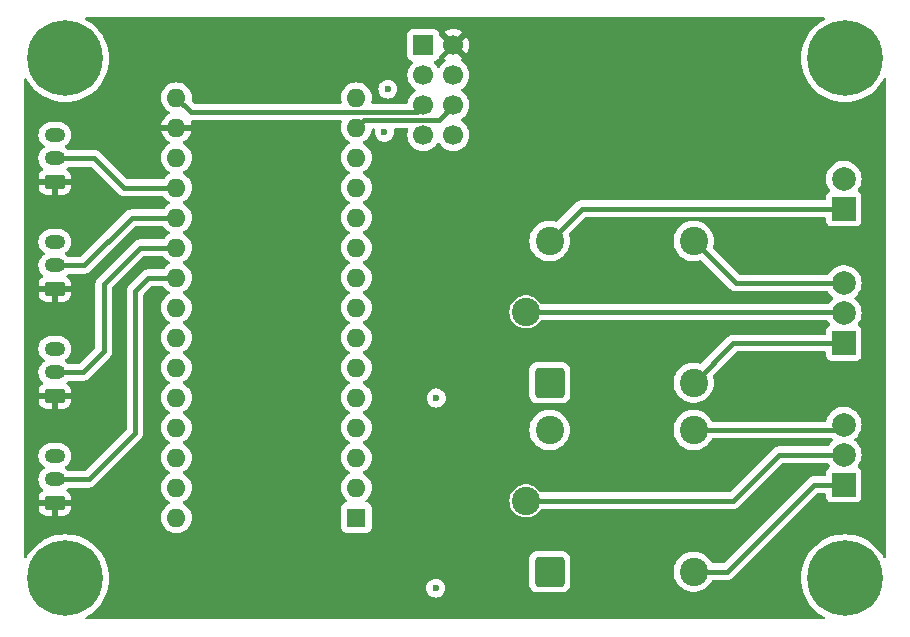
<source format=gbr>
%TF.GenerationSoftware,KiCad,Pcbnew,8.0.5*%
%TF.CreationDate,2025-02-12T03:45:18+07:00*%
%TF.ProjectId,SmartFarmMySensors_ArduinoNano,536d6172-7446-4617-926d-4d7953656e73,rev?*%
%TF.SameCoordinates,Original*%
%TF.FileFunction,Copper,L4,Bot*%
%TF.FilePolarity,Positive*%
%FSLAX46Y46*%
G04 Gerber Fmt 4.6, Leading zero omitted, Abs format (unit mm)*
G04 Created by KiCad (PCBNEW 8.0.5) date 2025-02-12 03:45:18*
%MOMM*%
%LPD*%
G01*
G04 APERTURE LIST*
G04 Aperture macros list*
%AMRoundRect*
0 Rectangle with rounded corners*
0 $1 Rounding radius*
0 $2 $3 $4 $5 $6 $7 $8 $9 X,Y pos of 4 corners*
0 Add a 4 corners polygon primitive as box body*
4,1,4,$2,$3,$4,$5,$6,$7,$8,$9,$2,$3,0*
0 Add four circle primitives for the rounded corners*
1,1,$1+$1,$2,$3*
1,1,$1+$1,$4,$5*
1,1,$1+$1,$6,$7*
1,1,$1+$1,$8,$9*
0 Add four rect primitives between the rounded corners*
20,1,$1+$1,$2,$3,$4,$5,0*
20,1,$1+$1,$4,$5,$6,$7,0*
20,1,$1+$1,$6,$7,$8,$9,0*
20,1,$1+$1,$8,$9,$2,$3,0*%
G04 Aperture macros list end*
%TA.AperFunction,ComponentPad*%
%ADD10R,1.700000X1.700000*%
%TD*%
%TA.AperFunction,ComponentPad*%
%ADD11C,1.700000*%
%TD*%
%TA.AperFunction,ComponentPad*%
%ADD12C,2.400000*%
%TD*%
%TA.AperFunction,ComponentPad*%
%ADD13RoundRect,0.250000X1.000000X-1.000000X1.000000X1.000000X-1.000000X1.000000X-1.000000X-1.000000X0*%
%TD*%
%TA.AperFunction,ComponentPad*%
%ADD14R,2.000000X2.000000*%
%TD*%
%TA.AperFunction,ComponentPad*%
%ADD15C,2.000000*%
%TD*%
%TA.AperFunction,ComponentPad*%
%ADD16RoundRect,0.250000X0.625000X-0.350000X0.625000X0.350000X-0.625000X0.350000X-0.625000X-0.350000X0*%
%TD*%
%TA.AperFunction,ComponentPad*%
%ADD17O,1.750000X1.200000*%
%TD*%
%TA.AperFunction,ComponentPad*%
%ADD18C,0.800000*%
%TD*%
%TA.AperFunction,ComponentPad*%
%ADD19C,6.400000*%
%TD*%
%TA.AperFunction,ComponentPad*%
%ADD20R,1.600000X1.600000*%
%TD*%
%TA.AperFunction,ComponentPad*%
%ADD21O,1.600000X1.600000*%
%TD*%
%TA.AperFunction,ViaPad*%
%ADD22C,0.600000*%
%TD*%
%TA.AperFunction,Conductor*%
%ADD23C,0.400000*%
%TD*%
G04 APERTURE END LIST*
D10*
%TO.P,U1,1,GND*%
%TO.N,GND*%
X143010500Y-50775000D03*
D11*
%TO.P,U1,2,VCC*%
%TO.N,VCC*%
X145550500Y-50775000D03*
%TO.P,U1,3,CE*%
%TO.N,CE*%
X143010500Y-53315000D03*
%TO.P,U1,4,~{CSN}*%
%TO.N,CSN*%
X145550500Y-53315000D03*
%TO.P,U1,5,SCK*%
%TO.N,SCK*%
X143010500Y-55855000D03*
%TO.P,U1,6,MOSI*%
%TO.N,MOSI*%
X145550500Y-55855000D03*
%TO.P,U1,7,MISO*%
%TO.N,MISO*%
X143010500Y-58395000D03*
%TO.P,U1,8,IRQ*%
%TO.N,unconnected-(U1-IRQ-Pad8)*%
X145550500Y-58395000D03*
%TD*%
D12*
%TO.P,K2,11*%
%TO.N,CO2*%
X151700000Y-89350000D03*
%TO.P,K2,12*%
%TO.N,NC2*%
X165900000Y-83350000D03*
%TO.P,K2,14*%
%TO.N,NO2*%
X165900000Y-95350000D03*
D13*
%TO.P,K2,A1*%
%TO.N,Net-(D2-A)*%
X153700000Y-95350000D03*
D12*
%TO.P,K2,A2*%
%TO.N,+5V*%
X153700000Y-83350000D03*
%TD*%
%TO.P,K1,11*%
%TO.N,CO1*%
X151700000Y-73350000D03*
%TO.P,K1,12*%
%TO.N,NC1*%
X165900000Y-67350000D03*
%TO.P,K1,14*%
%TO.N,NO1*%
X165900000Y-79350000D03*
D13*
%TO.P,K1,A1*%
%TO.N,Net-(D1-A)*%
X153700000Y-79350000D03*
D12*
%TO.P,K1,A2*%
%TO.N,+5V*%
X153700000Y-67350000D03*
%TD*%
D14*
%TO.P,J7,1,Pin_1*%
%TO.N,+5V*%
X178600000Y-64625000D03*
D15*
%TO.P,J7,2,Pin_2*%
%TO.N,GND*%
X178600000Y-62085000D03*
%TD*%
D14*
%TO.P,J6,1,Pin_1*%
%TO.N,NO2*%
X178600000Y-87980000D03*
D15*
%TO.P,J6,2,Pin_2*%
%TO.N,CO2*%
X178600000Y-85440000D03*
%TO.P,J6,3,Pin_3*%
%TO.N,NC2*%
X178600000Y-82900000D03*
%TD*%
D14*
%TO.P,J5,1,Pin_1*%
%TO.N,NO1*%
X178600000Y-75990000D03*
D15*
%TO.P,J5,2,Pin_2*%
%TO.N,CO1*%
X178600000Y-73450000D03*
%TO.P,J5,3,Pin_3*%
%TO.N,NC1*%
X178600000Y-70910000D03*
%TD*%
D16*
%TO.P,J4,1,Pin_1*%
%TO.N,VCC*%
X111800000Y-89540588D03*
D17*
%TO.P,J4,2,Pin_2*%
%TO.N,Moisture 4*%
X111800000Y-87540588D03*
%TO.P,J4,3,Pin_3*%
%TO.N,GND*%
X111800000Y-85540588D03*
%TD*%
D16*
%TO.P,J3,1,Pin_1*%
%TO.N,VCC*%
X111800000Y-80481177D03*
D17*
%TO.P,J3,2,Pin_2*%
%TO.N,Moisture 3*%
X111800000Y-78481177D03*
%TO.P,J3,3,Pin_3*%
%TO.N,GND*%
X111800000Y-76481177D03*
%TD*%
D16*
%TO.P,J2,1,Pin_1*%
%TO.N,VCC*%
X111800000Y-71421766D03*
D17*
%TO.P,J2,2,Pin_2*%
%TO.N,Moisture 2*%
X111800000Y-69421766D03*
%TO.P,J2,3,Pin_3*%
%TO.N,GND*%
X111800000Y-67421766D03*
%TD*%
D16*
%TO.P,J1,1,Pin_1*%
%TO.N,VCC*%
X111800000Y-62362355D03*
D17*
%TO.P,J1,2,Pin_2*%
%TO.N,Moisture 1*%
X111800000Y-60362355D03*
%TO.P,J1,3,Pin_3*%
%TO.N,GND*%
X111800000Y-58362355D03*
%TD*%
D18*
%TO.P,H4,1,1*%
%TO.N,GND*%
X176300000Y-51900000D03*
X177002944Y-50202944D03*
X177002944Y-53597056D03*
X178700000Y-49500000D03*
D19*
X178700000Y-51900000D03*
D18*
X178700000Y-54300000D03*
X180397056Y-50202944D03*
X180397056Y-53597056D03*
X181100000Y-51900000D03*
%TD*%
%TO.P,H3,1,1*%
%TO.N,GND*%
X176300000Y-95900000D03*
X177002944Y-94202944D03*
X177002944Y-97597056D03*
X178700000Y-93500000D03*
D19*
X178700000Y-95900000D03*
D18*
X178700000Y-98300000D03*
X180397056Y-94202944D03*
X180397056Y-97597056D03*
X181100000Y-95900000D03*
%TD*%
%TO.P,H2,1,1*%
%TO.N,GND*%
X110300000Y-95900000D03*
X111002944Y-94202944D03*
X111002944Y-97597056D03*
X112700000Y-93500000D03*
D19*
X112700000Y-95900000D03*
D18*
X112700000Y-98300000D03*
X114397056Y-94202944D03*
X114397056Y-97597056D03*
X115100000Y-95900000D03*
%TD*%
%TO.P,H1,1,1*%
%TO.N,GND*%
X110300000Y-51900000D03*
X111002944Y-50202944D03*
X111002944Y-53597056D03*
X112700000Y-49500000D03*
D19*
X112700000Y-51900000D03*
D18*
X112700000Y-54300000D03*
X114397056Y-50202944D03*
X114397056Y-53597056D03*
X115100000Y-51900000D03*
%TD*%
D20*
%TO.P,A1,1,D1/TX*%
%TO.N,unconnected-(A1-D1{slash}TX-Pad1)*%
X137338500Y-90790000D03*
D21*
%TO.P,A1,2,D0/RX*%
%TO.N,unconnected-(A1-D0{slash}RX-Pad2)*%
X137338500Y-88250000D03*
%TO.P,A1,3,~{RESET}*%
%TO.N,unconnected-(A1-~{RESET}-Pad3)*%
X137338500Y-85710000D03*
%TO.P,A1,4,GND*%
%TO.N,GND*%
X137338500Y-83170000D03*
%TO.P,A1,5,D2*%
%TO.N,RY2*%
X137338500Y-80630000D03*
%TO.P,A1,6,D3*%
%TO.N,RY1*%
X137338500Y-78090000D03*
%TO.P,A1,7,D4*%
%TO.N,unconnected-(A1-D4-Pad7)*%
X137338500Y-75550000D03*
%TO.P,A1,8,D5*%
%TO.N,unconnected-(A1-D5-Pad8)*%
X137338500Y-73010000D03*
%TO.P,A1,9,D6*%
%TO.N,unconnected-(A1-D6-Pad9)*%
X137338500Y-70470000D03*
%TO.P,A1,10,D7*%
%TO.N,unconnected-(A1-D7-Pad10)*%
X137338500Y-67930000D03*
%TO.P,A1,11,D8*%
%TO.N,unconnected-(A1-D8-Pad11)*%
X137338500Y-65390000D03*
%TO.P,A1,12,D9*%
%TO.N,CE*%
X137338500Y-62850000D03*
%TO.P,A1,13,D10*%
%TO.N,CSN*%
X137338500Y-60310000D03*
%TO.P,A1,14,D11*%
%TO.N,MOSI*%
X137338500Y-57770000D03*
%TO.P,A1,15,D12*%
%TO.N,MISO*%
X137338500Y-55230000D03*
%TO.P,A1,16,D13*%
%TO.N,SCK*%
X122098500Y-55230000D03*
%TO.P,A1,17,3V3*%
%TO.N,VCC*%
X122098500Y-57770000D03*
%TO.P,A1,18,AREF*%
%TO.N,unconnected-(A1-AREF-Pad18)*%
X122098500Y-60310000D03*
%TO.P,A1,19,A0*%
%TO.N,Moisture 1*%
X122098500Y-62850000D03*
%TO.P,A1,20,A1*%
%TO.N,Moisture 2*%
X122098500Y-65390000D03*
%TO.P,A1,21,A2*%
%TO.N,Moisture 3*%
X122098500Y-67930000D03*
%TO.P,A1,22,A3*%
%TO.N,Moisture 4*%
X122098500Y-70470000D03*
%TO.P,A1,23,A4*%
%TO.N,unconnected-(A1-A4-Pad23)*%
X122098500Y-73010000D03*
%TO.P,A1,24,A5*%
%TO.N,unconnected-(A1-A5-Pad24)*%
X122098500Y-75550000D03*
%TO.P,A1,25,A6*%
%TO.N,unconnected-(A1-A6-Pad25)*%
X122098500Y-78090000D03*
%TO.P,A1,26,A7*%
%TO.N,unconnected-(A1-A7-Pad26)*%
X122098500Y-80630000D03*
%TO.P,A1,27,+5V*%
%TO.N,unconnected-(A1-+5V-Pad27)*%
X122098500Y-83170000D03*
%TO.P,A1,28,~{RESET}*%
%TO.N,unconnected-(A1-~{RESET}-Pad28)*%
X122098500Y-85710000D03*
%TO.P,A1,29,GND*%
%TO.N,GND*%
X122098500Y-88250000D03*
%TO.P,A1,30,VIN*%
%TO.N,unconnected-(A1-VIN-Pad30)*%
X122098500Y-90790000D03*
%TD*%
D22*
%TO.N,GND*%
X140000000Y-54500000D03*
X139700000Y-58150000D03*
X144100000Y-80650000D03*
X144050000Y-96750000D03*
%TD*%
D23*
%TO.N,Moisture 3*%
X115950000Y-76700000D02*
X115950000Y-71000000D01*
X114168823Y-78481177D02*
X115950000Y-76700000D01*
X115950000Y-71000000D02*
X119020000Y-67930000D01*
X119020000Y-67930000D02*
X122098500Y-67930000D01*
X111800000Y-78481177D02*
X114168823Y-78481177D01*
%TO.N,NO2*%
X168700000Y-95350000D02*
X165900000Y-95350000D01*
X176070000Y-87980000D02*
X168700000Y-95350000D01*
X178600000Y-87980000D02*
X176070000Y-87980000D01*
%TO.N,NC2*%
X178150000Y-83350000D02*
X178600000Y-82900000D01*
X165900000Y-83350000D02*
X178150000Y-83350000D01*
%TO.N,CO2*%
X169250000Y-89350000D02*
X173160000Y-85440000D01*
X173160000Y-85440000D02*
X178600000Y-85440000D01*
X151700000Y-89350000D02*
X169250000Y-89350000D01*
%TO.N,NO1*%
X169260000Y-75990000D02*
X178600000Y-75990000D01*
X165900000Y-79350000D02*
X169260000Y-75990000D01*
%TO.N,NC1*%
X169460000Y-70910000D02*
X178600000Y-70910000D01*
X165900000Y-67350000D02*
X169460000Y-70910000D01*
%TO.N,CO1*%
X178500000Y-73350000D02*
X178600000Y-73450000D01*
X151700000Y-73350000D02*
X178500000Y-73350000D01*
%TO.N,+5V*%
X156425000Y-64625000D02*
X178600000Y-64625000D01*
X153700000Y-67350000D02*
X156425000Y-64625000D01*
%TO.N,MOSI*%
X144300500Y-57105000D02*
X145550500Y-55855000D01*
X138003500Y-57105000D02*
X144300500Y-57105000D01*
X137338500Y-57770000D02*
X138003500Y-57105000D01*
%TO.N,SCK*%
X142435500Y-56430000D02*
X143010500Y-55855000D01*
X123298500Y-56430000D02*
X142435500Y-56430000D01*
X122098500Y-55230000D02*
X123298500Y-56430000D01*
%TO.N,Moisture 4*%
X118600000Y-71600000D02*
X119730000Y-70470000D01*
X118600000Y-83600000D02*
X118600000Y-71600000D01*
X114659412Y-87540588D02*
X118600000Y-83600000D01*
X111800000Y-87540588D02*
X114659412Y-87540588D01*
X119730000Y-70470000D02*
X122098500Y-70470000D01*
%TO.N,Moisture 2*%
X118310000Y-65390000D02*
X122098500Y-65390000D01*
X114278234Y-69421766D02*
X118310000Y-65390000D01*
X111800000Y-69421766D02*
X114278234Y-69421766D01*
%TO.N,Moisture 1*%
X117650000Y-62850000D02*
X122098500Y-62850000D01*
X115162355Y-60362355D02*
X117650000Y-62850000D01*
X111800000Y-60362355D02*
X115162355Y-60362355D01*
%TD*%
%TA.AperFunction,Conductor*%
%TO.N,VCC*%
G36*
X145084575Y-50967993D02*
G01*
X145150401Y-51082007D01*
X145243493Y-51175099D01*
X145357507Y-51240925D01*
X145421090Y-51257962D01*
X144789125Y-51889925D01*
X144865094Y-51943119D01*
X144908719Y-51997696D01*
X144915913Y-52067194D01*
X144884390Y-52129549D01*
X144865095Y-52146269D01*
X144679094Y-52276508D01*
X144512005Y-52443597D01*
X144382075Y-52629158D01*
X144327498Y-52672783D01*
X144258000Y-52679977D01*
X144195645Y-52648454D01*
X144178925Y-52629158D01*
X144048996Y-52443600D01*
X144048993Y-52443597D01*
X143927067Y-52321671D01*
X143893584Y-52260351D01*
X143898568Y-52190659D01*
X143940439Y-52134725D01*
X143971415Y-52117810D01*
X144102831Y-52068796D01*
X144218046Y-51982546D01*
X144304296Y-51867331D01*
X144354591Y-51732483D01*
X144361000Y-51672873D01*
X144360999Y-51662314D01*
X144380679Y-51595277D01*
X144397318Y-51574628D01*
X145067537Y-50904409D01*
X145084575Y-50967993D01*
G37*
%TD.AperFunction*%
%TA.AperFunction,Conductor*%
G36*
X176967646Y-48420185D02*
G01*
X177013401Y-48472989D01*
X177023345Y-48542147D01*
X176994320Y-48605703D01*
X176956902Y-48634985D01*
X176847206Y-48690877D01*
X176521917Y-48902122D01*
X176220488Y-49146215D01*
X176220480Y-49146222D01*
X175946222Y-49420480D01*
X175946215Y-49420488D01*
X175702122Y-49721917D01*
X175490877Y-50047206D01*
X175314787Y-50392802D01*
X175175788Y-50754905D01*
X175075397Y-51129570D01*
X175075397Y-51129572D01*
X175014722Y-51512660D01*
X174994422Y-51899999D01*
X174994422Y-51900000D01*
X175014722Y-52287339D01*
X175070130Y-52637171D01*
X175075398Y-52670433D01*
X175123870Y-52851335D01*
X175175788Y-53045094D01*
X175314787Y-53407197D01*
X175490877Y-53752793D01*
X175702122Y-54078082D01*
X175789833Y-54186396D01*
X175946219Y-54379516D01*
X176220484Y-54653781D01*
X176260981Y-54686575D01*
X176521917Y-54897877D01*
X176847206Y-55109122D01*
X176847211Y-55109125D01*
X177192806Y-55285214D01*
X177554913Y-55424214D01*
X177929567Y-55524602D01*
X178312662Y-55585278D01*
X178678576Y-55604455D01*
X178699999Y-55605578D01*
X178700000Y-55605578D01*
X178700001Y-55605578D01*
X178720301Y-55604514D01*
X179087338Y-55585278D01*
X179470433Y-55524602D01*
X179845087Y-55424214D01*
X180207194Y-55285214D01*
X180552789Y-55109125D01*
X180878084Y-54897876D01*
X181179516Y-54653781D01*
X181453781Y-54379516D01*
X181697876Y-54078084D01*
X181909125Y-53752789D01*
X181965015Y-53643097D01*
X182012989Y-53592302D01*
X182080810Y-53575507D01*
X182146945Y-53598044D01*
X182190397Y-53652759D01*
X182199500Y-53699393D01*
X182199500Y-94100606D01*
X182179815Y-94167645D01*
X182127011Y-94213400D01*
X182057853Y-94223344D01*
X181994297Y-94194319D01*
X181965015Y-94156901D01*
X181909122Y-94047206D01*
X181697877Y-93721917D01*
X181453784Y-93420488D01*
X181453781Y-93420484D01*
X181179516Y-93146219D01*
X180878084Y-92902124D01*
X180878082Y-92902122D01*
X180552793Y-92690877D01*
X180207197Y-92514787D01*
X179845094Y-92375788D01*
X179845087Y-92375786D01*
X179470433Y-92275398D01*
X179470429Y-92275397D01*
X179470428Y-92275397D01*
X179087339Y-92214722D01*
X178700001Y-92194422D01*
X178699999Y-92194422D01*
X178312660Y-92214722D01*
X177929572Y-92275397D01*
X177929570Y-92275397D01*
X177554905Y-92375788D01*
X177192802Y-92514787D01*
X176847206Y-92690877D01*
X176521917Y-92902122D01*
X176220488Y-93146215D01*
X176220480Y-93146222D01*
X175946222Y-93420480D01*
X175946215Y-93420488D01*
X175702122Y-93721917D01*
X175490877Y-94047206D01*
X175314787Y-94392802D01*
X175175788Y-94754905D01*
X175075397Y-95129570D01*
X175075397Y-95129572D01*
X175014722Y-95512660D01*
X174994422Y-95899999D01*
X174994422Y-95900000D01*
X175014722Y-96287339D01*
X175049969Y-96509878D01*
X175075398Y-96670433D01*
X175146928Y-96937389D01*
X175175788Y-97045094D01*
X175314787Y-97407197D01*
X175490877Y-97752793D01*
X175702122Y-98078082D01*
X175702124Y-98078084D01*
X175946219Y-98379516D01*
X176220484Y-98653781D01*
X176220488Y-98653784D01*
X176521917Y-98897877D01*
X176847206Y-99109122D01*
X176847211Y-99109125D01*
X176956902Y-99165015D01*
X177007698Y-99212989D01*
X177024493Y-99280810D01*
X177001956Y-99346945D01*
X176947241Y-99390397D01*
X176900607Y-99399500D01*
X114499393Y-99399500D01*
X114432354Y-99379815D01*
X114386599Y-99327011D01*
X114376655Y-99257853D01*
X114405680Y-99194297D01*
X114443098Y-99165015D01*
X114552789Y-99109125D01*
X114878084Y-98897876D01*
X115179516Y-98653781D01*
X115453781Y-98379516D01*
X115697876Y-98078084D01*
X115909125Y-97752789D01*
X116085214Y-97407194D01*
X116224214Y-97045087D01*
X116303283Y-96749996D01*
X143244435Y-96749996D01*
X143244435Y-96750003D01*
X143264630Y-96929249D01*
X143264631Y-96929254D01*
X143324211Y-97099523D01*
X143420184Y-97252262D01*
X143547738Y-97379816D01*
X143700478Y-97475789D01*
X143870745Y-97535368D01*
X143870750Y-97535369D01*
X144049996Y-97555565D01*
X144050000Y-97555565D01*
X144050004Y-97555565D01*
X144229249Y-97535369D01*
X144229252Y-97535368D01*
X144229255Y-97535368D01*
X144399522Y-97475789D01*
X144552262Y-97379816D01*
X144679816Y-97252262D01*
X144775789Y-97099522D01*
X144835368Y-96929255D01*
X144835369Y-96929249D01*
X144855565Y-96750003D01*
X144855565Y-96749996D01*
X144835369Y-96570750D01*
X144835368Y-96570745D01*
X144811592Y-96502797D01*
X144775789Y-96400478D01*
X144775494Y-96400009D01*
X144679815Y-96247737D01*
X144552262Y-96120184D01*
X144399523Y-96024211D01*
X144229254Y-95964631D01*
X144229249Y-95964630D01*
X144050004Y-95944435D01*
X144049996Y-95944435D01*
X143870750Y-95964630D01*
X143870745Y-95964631D01*
X143700476Y-96024211D01*
X143547737Y-96120184D01*
X143420184Y-96247737D01*
X143324211Y-96400476D01*
X143264631Y-96570745D01*
X143264630Y-96570750D01*
X143244435Y-96749996D01*
X116303283Y-96749996D01*
X116324602Y-96670433D01*
X116385278Y-96287338D01*
X116405578Y-95900000D01*
X116385278Y-95512662D01*
X116324602Y-95129567D01*
X116224214Y-94754913D01*
X116085214Y-94392806D01*
X116037918Y-94299983D01*
X151949500Y-94299983D01*
X151949500Y-96400001D01*
X151949501Y-96400018D01*
X151960000Y-96502796D01*
X151960001Y-96502799D01*
X151982518Y-96570750D01*
X152015186Y-96669334D01*
X152107288Y-96818656D01*
X152231344Y-96942712D01*
X152380666Y-97034814D01*
X152547203Y-97089999D01*
X152649991Y-97100500D01*
X154750008Y-97100499D01*
X154759563Y-97099523D01*
X154767895Y-97098671D01*
X154852797Y-97089999D01*
X155019334Y-97034814D01*
X155168656Y-96942712D01*
X155292712Y-96818656D01*
X155384814Y-96669334D01*
X155439999Y-96502797D01*
X155450500Y-96400009D01*
X155450499Y-94299992D01*
X155439999Y-94197203D01*
X155384814Y-94030666D01*
X155292712Y-93881344D01*
X155168656Y-93757288D01*
X155019334Y-93665186D01*
X154852797Y-93610001D01*
X154852795Y-93610000D01*
X154750010Y-93599500D01*
X152649998Y-93599500D01*
X152649981Y-93599501D01*
X152547203Y-93610000D01*
X152547200Y-93610001D01*
X152380668Y-93665185D01*
X152380663Y-93665187D01*
X152231342Y-93757289D01*
X152107289Y-93881342D01*
X152015187Y-94030663D01*
X152015185Y-94030668D01*
X151992010Y-94100606D01*
X151960001Y-94197203D01*
X151960001Y-94197204D01*
X151960000Y-94197204D01*
X151949500Y-94299983D01*
X116037918Y-94299983D01*
X115909125Y-94047211D01*
X115801410Y-93881344D01*
X115697877Y-93721917D01*
X115453784Y-93420488D01*
X115453781Y-93420484D01*
X115179516Y-93146219D01*
X114878084Y-92902124D01*
X114878082Y-92902122D01*
X114552793Y-92690877D01*
X114207197Y-92514787D01*
X113845094Y-92375788D01*
X113845087Y-92375786D01*
X113470433Y-92275398D01*
X113470429Y-92275397D01*
X113470428Y-92275397D01*
X113087339Y-92214722D01*
X112700001Y-92194422D01*
X112699999Y-92194422D01*
X112312660Y-92214722D01*
X111929572Y-92275397D01*
X111929570Y-92275397D01*
X111554905Y-92375788D01*
X111192802Y-92514787D01*
X110847206Y-92690877D01*
X110521917Y-92902122D01*
X110220488Y-93146215D01*
X110220480Y-93146222D01*
X109946222Y-93420480D01*
X109946215Y-93420488D01*
X109702122Y-93721917D01*
X109490877Y-94047206D01*
X109434985Y-94156901D01*
X109387010Y-94207697D01*
X109319189Y-94224492D01*
X109253054Y-94201955D01*
X109209603Y-94147240D01*
X109200500Y-94100606D01*
X109200500Y-58275744D01*
X110424500Y-58275744D01*
X110424500Y-58448966D01*
X110451598Y-58620056D01*
X110505127Y-58784800D01*
X110583768Y-58939143D01*
X110685586Y-59079283D01*
X110808072Y-59201769D01*
X110808078Y-59201773D01*
X110891023Y-59262038D01*
X110933689Y-59317368D01*
X110939667Y-59386981D01*
X110907061Y-59448776D01*
X110891023Y-59462672D01*
X110808078Y-59522936D01*
X110808069Y-59522943D01*
X110685588Y-59645424D01*
X110685588Y-59645425D01*
X110685586Y-59645427D01*
X110654093Y-59688773D01*
X110583768Y-59785566D01*
X110505128Y-59939907D01*
X110451597Y-60104657D01*
X110424500Y-60275744D01*
X110424500Y-60448966D01*
X110451598Y-60620056D01*
X110505127Y-60784800D01*
X110583768Y-60939143D01*
X110685586Y-61079283D01*
X110685588Y-61079285D01*
X110793491Y-61187188D01*
X110826976Y-61248511D01*
X110821992Y-61318203D01*
X110780120Y-61374136D01*
X110770907Y-61380408D01*
X110706654Y-61420039D01*
X110582684Y-61544009D01*
X110490643Y-61693230D01*
X110490641Y-61693235D01*
X110435494Y-61859657D01*
X110435493Y-61859664D01*
X110425000Y-61962368D01*
X110425000Y-62112355D01*
X111519670Y-62112355D01*
X111499925Y-62132100D01*
X111450556Y-62217610D01*
X111425000Y-62312985D01*
X111425000Y-62411725D01*
X111450556Y-62507100D01*
X111499925Y-62592610D01*
X111519670Y-62612355D01*
X110425001Y-62612355D01*
X110425001Y-62762341D01*
X110435494Y-62865052D01*
X110490641Y-63031474D01*
X110490643Y-63031479D01*
X110582684Y-63180700D01*
X110706654Y-63304670D01*
X110855875Y-63396711D01*
X110855880Y-63396713D01*
X111022302Y-63451860D01*
X111022309Y-63451861D01*
X111125019Y-63462354D01*
X111549999Y-63462354D01*
X111550000Y-63462353D01*
X111550000Y-62642685D01*
X111569745Y-62662430D01*
X111655255Y-62711799D01*
X111750630Y-62737355D01*
X111849370Y-62737355D01*
X111944745Y-62711799D01*
X112030255Y-62662430D01*
X112050000Y-62642685D01*
X112050000Y-63462354D01*
X112474972Y-63462354D01*
X112474986Y-63462353D01*
X112577697Y-63451860D01*
X112744119Y-63396713D01*
X112744124Y-63396711D01*
X112893345Y-63304670D01*
X113017315Y-63180700D01*
X113109356Y-63031479D01*
X113109358Y-63031474D01*
X113164505Y-62865052D01*
X113164506Y-62865045D01*
X113174999Y-62762341D01*
X113175000Y-62762328D01*
X113175000Y-62612355D01*
X112080330Y-62612355D01*
X112100075Y-62592610D01*
X112149444Y-62507100D01*
X112175000Y-62411725D01*
X112175000Y-62312985D01*
X112149444Y-62217610D01*
X112100075Y-62132100D01*
X112080330Y-62112355D01*
X113174999Y-62112355D01*
X113174999Y-61962383D01*
X113174998Y-61962368D01*
X113164505Y-61859657D01*
X113109358Y-61693235D01*
X113109356Y-61693230D01*
X113017315Y-61544009D01*
X112893345Y-61420039D01*
X112829093Y-61380408D01*
X112782369Y-61328460D01*
X112771147Y-61259497D01*
X112798990Y-61195415D01*
X112806498Y-61187198D01*
X112894524Y-61099173D01*
X112955848Y-61065689D01*
X112982205Y-61062855D01*
X114820836Y-61062855D01*
X114887875Y-61082540D01*
X114908516Y-61099173D01*
X117203457Y-63394114D01*
X117249409Y-63424817D01*
X117249411Y-63424819D01*
X117249412Y-63424819D01*
X117318189Y-63470775D01*
X117318192Y-63470776D01*
X117318193Y-63470777D01*
X117395344Y-63502734D01*
X117420508Y-63513157D01*
X117445671Y-63523580D01*
X117445674Y-63523580D01*
X117445679Y-63523582D01*
X117472545Y-63528925D01*
X117472551Y-63528926D01*
X117472591Y-63528934D01*
X117562937Y-63546905D01*
X117581006Y-63550500D01*
X117581007Y-63550500D01*
X120936827Y-63550500D01*
X121003866Y-63570185D01*
X121038402Y-63603377D01*
X121098454Y-63689141D01*
X121259358Y-63850045D01*
X121259361Y-63850047D01*
X121445766Y-63980568D01*
X121503775Y-64007618D01*
X121556214Y-64053791D01*
X121575366Y-64120984D01*
X121555150Y-64187865D01*
X121503775Y-64232382D01*
X121445767Y-64259431D01*
X121445765Y-64259432D01*
X121259358Y-64389954D01*
X121098454Y-64550858D01*
X121038402Y-64636623D01*
X120983825Y-64680248D01*
X120936827Y-64689500D01*
X118241003Y-64689500D01*
X118132590Y-64711065D01*
X118132589Y-64711065D01*
X118105671Y-64716420D01*
X117978190Y-64769224D01*
X117863454Y-64845887D01*
X117863453Y-64845888D01*
X114024396Y-68684947D01*
X113963073Y-68718432D01*
X113936715Y-68721266D01*
X112982205Y-68721266D01*
X112915166Y-68701581D01*
X112894524Y-68684948D01*
X112859761Y-68650185D01*
X112791928Y-68582352D01*
X112708975Y-68522083D01*
X112666311Y-68466754D01*
X112660332Y-68397140D01*
X112692938Y-68335345D01*
X112708976Y-68321448D01*
X112791928Y-68261180D01*
X112914414Y-68138694D01*
X113016232Y-67998554D01*
X113094873Y-67844211D01*
X113148402Y-67679467D01*
X113175500Y-67508377D01*
X113175500Y-67335155D01*
X113148402Y-67164065D01*
X113094873Y-66999321D01*
X113016232Y-66844978D01*
X112914414Y-66704838D01*
X112791928Y-66582352D01*
X112651788Y-66480534D01*
X112497445Y-66401893D01*
X112332701Y-66348364D01*
X112332699Y-66348363D01*
X112332698Y-66348363D01*
X112201271Y-66327547D01*
X112161611Y-66321266D01*
X111438389Y-66321266D01*
X111398728Y-66327547D01*
X111267302Y-66348363D01*
X111102552Y-66401894D01*
X110948211Y-66480534D01*
X110893111Y-66520567D01*
X110808072Y-66582352D01*
X110808070Y-66582354D01*
X110808069Y-66582354D01*
X110685588Y-66704835D01*
X110685588Y-66704836D01*
X110685586Y-66704838D01*
X110668856Y-66727865D01*
X110583768Y-66844977D01*
X110505128Y-66999318D01*
X110451597Y-67164068D01*
X110424500Y-67335155D01*
X110424500Y-67508376D01*
X110439669Y-67604154D01*
X110451598Y-67679467D01*
X110505127Y-67844211D01*
X110583768Y-67998554D01*
X110685586Y-68138694D01*
X110808072Y-68261180D01*
X110808078Y-68261184D01*
X110891023Y-68321449D01*
X110933689Y-68376779D01*
X110939667Y-68446392D01*
X110907061Y-68508187D01*
X110891023Y-68522083D01*
X110808078Y-68582347D01*
X110808069Y-68582354D01*
X110685588Y-68704835D01*
X110685588Y-68704836D01*
X110685586Y-68704838D01*
X110641859Y-68765022D01*
X110583768Y-68844977D01*
X110505128Y-68999318D01*
X110451597Y-69164068D01*
X110424500Y-69335155D01*
X110424500Y-69508376D01*
X110443899Y-69630861D01*
X110451598Y-69679467D01*
X110505127Y-69844211D01*
X110583768Y-69998554D01*
X110685586Y-70138694D01*
X110685588Y-70138696D01*
X110793491Y-70246599D01*
X110826976Y-70307922D01*
X110821992Y-70377614D01*
X110780120Y-70433547D01*
X110770907Y-70439819D01*
X110706654Y-70479450D01*
X110582684Y-70603420D01*
X110490643Y-70752641D01*
X110490641Y-70752646D01*
X110435494Y-70919068D01*
X110435493Y-70919075D01*
X110425000Y-71021779D01*
X110425000Y-71171766D01*
X111519670Y-71171766D01*
X111499925Y-71191511D01*
X111450556Y-71277021D01*
X111425000Y-71372396D01*
X111425000Y-71471136D01*
X111450556Y-71566511D01*
X111499925Y-71652021D01*
X111519670Y-71671766D01*
X110425001Y-71671766D01*
X110425001Y-71821752D01*
X110435494Y-71924463D01*
X110490641Y-72090885D01*
X110490643Y-72090890D01*
X110582684Y-72240111D01*
X110706654Y-72364081D01*
X110855875Y-72456122D01*
X110855880Y-72456124D01*
X111022302Y-72511271D01*
X111022309Y-72511272D01*
X111125019Y-72521765D01*
X111549999Y-72521765D01*
X111550000Y-72521764D01*
X111550000Y-71702096D01*
X111569745Y-71721841D01*
X111655255Y-71771210D01*
X111750630Y-71796766D01*
X111849370Y-71796766D01*
X111944745Y-71771210D01*
X112030255Y-71721841D01*
X112050000Y-71702096D01*
X112050000Y-72521765D01*
X112474972Y-72521765D01*
X112474986Y-72521764D01*
X112577697Y-72511271D01*
X112744119Y-72456124D01*
X112744124Y-72456122D01*
X112893345Y-72364081D01*
X113017315Y-72240111D01*
X113109356Y-72090890D01*
X113109358Y-72090885D01*
X113164505Y-71924463D01*
X113164506Y-71924456D01*
X113174999Y-71821752D01*
X113175000Y-71821739D01*
X113175000Y-71671766D01*
X112080330Y-71671766D01*
X112100075Y-71652021D01*
X112149444Y-71566511D01*
X112175000Y-71471136D01*
X112175000Y-71372396D01*
X112149444Y-71277021D01*
X112100075Y-71191511D01*
X112080330Y-71171766D01*
X113174999Y-71171766D01*
X113174999Y-71021794D01*
X113174998Y-71021779D01*
X113164505Y-70919068D01*
X113109358Y-70752646D01*
X113109356Y-70752641D01*
X113017315Y-70603420D01*
X112893345Y-70479450D01*
X112829093Y-70439819D01*
X112782369Y-70387871D01*
X112771147Y-70318908D01*
X112798990Y-70254826D01*
X112806498Y-70246609D01*
X112894524Y-70158584D01*
X112955848Y-70125100D01*
X112982205Y-70122266D01*
X114347230Y-70122266D01*
X114438274Y-70104155D01*
X114482562Y-70095346D01*
X114546303Y-70068943D01*
X114610041Y-70042543D01*
X114610042Y-70042542D01*
X114610045Y-70042541D01*
X114724777Y-69965880D01*
X118563838Y-66126819D01*
X118625161Y-66093334D01*
X118651519Y-66090500D01*
X120936827Y-66090500D01*
X121003866Y-66110185D01*
X121038402Y-66143377D01*
X121098454Y-66229141D01*
X121259358Y-66390045D01*
X121259361Y-66390047D01*
X121445766Y-66520568D01*
X121503775Y-66547618D01*
X121556214Y-66593791D01*
X121575366Y-66660984D01*
X121555150Y-66727865D01*
X121503775Y-66772382D01*
X121445767Y-66799431D01*
X121445765Y-66799432D01*
X121259358Y-66929954D01*
X121098454Y-67090858D01*
X121038402Y-67176623D01*
X120983825Y-67220248D01*
X120936827Y-67229500D01*
X118951004Y-67229500D01*
X118815677Y-67256418D01*
X118815667Y-67256421D01*
X118688192Y-67309222D01*
X118573454Y-67385887D01*
X115405887Y-70553454D01*
X115329222Y-70668192D01*
X115276421Y-70795667D01*
X115276418Y-70795679D01*
X115253679Y-70909997D01*
X115253679Y-70910000D01*
X115249500Y-70931006D01*
X115249500Y-76358481D01*
X115229815Y-76425520D01*
X115213181Y-76446162D01*
X113914985Y-77744358D01*
X113853662Y-77777843D01*
X113827304Y-77780677D01*
X112982205Y-77780677D01*
X112915166Y-77760992D01*
X112894524Y-77744359D01*
X112853748Y-77703583D01*
X112791928Y-77641763D01*
X112708975Y-77581494D01*
X112666311Y-77526165D01*
X112660332Y-77456551D01*
X112692938Y-77394756D01*
X112708976Y-77380859D01*
X112791928Y-77320591D01*
X112914414Y-77198105D01*
X113016232Y-77057965D01*
X113094873Y-76903622D01*
X113148402Y-76738878D01*
X113175500Y-76567788D01*
X113175500Y-76394566D01*
X113148402Y-76223476D01*
X113094873Y-76058732D01*
X113016232Y-75904389D01*
X112914414Y-75764249D01*
X112791928Y-75641763D01*
X112651788Y-75539945D01*
X112497445Y-75461304D01*
X112332701Y-75407775D01*
X112332699Y-75407774D01*
X112332698Y-75407774D01*
X112201271Y-75386958D01*
X112161611Y-75380677D01*
X111438389Y-75380677D01*
X111398728Y-75386958D01*
X111267302Y-75407774D01*
X111102552Y-75461305D01*
X110948211Y-75539945D01*
X110868256Y-75598036D01*
X110808072Y-75641763D01*
X110808070Y-75641765D01*
X110808069Y-75641765D01*
X110685588Y-75764246D01*
X110685588Y-75764247D01*
X110685586Y-75764249D01*
X110676550Y-75776686D01*
X110583768Y-75904388D01*
X110505128Y-76058729D01*
X110451597Y-76223479D01*
X110424500Y-76394566D01*
X110424500Y-76567787D01*
X110444384Y-76693334D01*
X110451598Y-76738878D01*
X110505127Y-76903622D01*
X110583768Y-77057965D01*
X110685586Y-77198105D01*
X110808072Y-77320591D01*
X110808078Y-77320595D01*
X110891023Y-77380860D01*
X110933689Y-77436190D01*
X110939667Y-77505803D01*
X110907061Y-77567598D01*
X110891023Y-77581494D01*
X110808078Y-77641758D01*
X110808069Y-77641765D01*
X110685588Y-77764246D01*
X110685588Y-77764247D01*
X110685586Y-77764249D01*
X110641859Y-77824433D01*
X110583768Y-77904388D01*
X110505128Y-78058729D01*
X110451597Y-78223479D01*
X110424500Y-78394566D01*
X110424500Y-78567787D01*
X110444432Y-78693637D01*
X110451598Y-78738878D01*
X110505127Y-78903622D01*
X110583768Y-79057965D01*
X110685586Y-79198105D01*
X110685588Y-79198107D01*
X110793491Y-79306010D01*
X110826976Y-79367333D01*
X110821992Y-79437025D01*
X110780120Y-79492958D01*
X110770907Y-79499230D01*
X110706654Y-79538861D01*
X110582684Y-79662831D01*
X110490643Y-79812052D01*
X110490641Y-79812057D01*
X110435494Y-79978479D01*
X110435493Y-79978486D01*
X110425000Y-80081190D01*
X110425000Y-80231177D01*
X111519670Y-80231177D01*
X111499925Y-80250922D01*
X111450556Y-80336432D01*
X111425000Y-80431807D01*
X111425000Y-80530547D01*
X111450556Y-80625922D01*
X111499925Y-80711432D01*
X111519670Y-80731177D01*
X110425001Y-80731177D01*
X110425001Y-80881163D01*
X110435494Y-80983874D01*
X110490641Y-81150296D01*
X110490643Y-81150301D01*
X110582684Y-81299522D01*
X110706654Y-81423492D01*
X110855875Y-81515533D01*
X110855880Y-81515535D01*
X111022302Y-81570682D01*
X111022309Y-81570683D01*
X111125019Y-81581176D01*
X111549999Y-81581176D01*
X111550000Y-81581175D01*
X111550000Y-80761507D01*
X111569745Y-80781252D01*
X111655255Y-80830621D01*
X111750630Y-80856177D01*
X111849370Y-80856177D01*
X111944745Y-80830621D01*
X112030255Y-80781252D01*
X112050000Y-80761507D01*
X112050000Y-81581176D01*
X112474972Y-81581176D01*
X112474986Y-81581175D01*
X112577697Y-81570682D01*
X112744119Y-81515535D01*
X112744124Y-81515533D01*
X112893345Y-81423492D01*
X113017315Y-81299522D01*
X113109356Y-81150301D01*
X113109358Y-81150296D01*
X113164505Y-80983874D01*
X113164506Y-80983867D01*
X113174999Y-80881163D01*
X113175000Y-80881150D01*
X113175000Y-80731177D01*
X112080330Y-80731177D01*
X112100075Y-80711432D01*
X112149444Y-80625922D01*
X112175000Y-80530547D01*
X112175000Y-80431807D01*
X112149444Y-80336432D01*
X112100075Y-80250922D01*
X112080330Y-80231177D01*
X113174999Y-80231177D01*
X113174999Y-80081205D01*
X113174998Y-80081190D01*
X113164505Y-79978479D01*
X113109358Y-79812057D01*
X113109356Y-79812052D01*
X113017315Y-79662831D01*
X112893345Y-79538861D01*
X112829093Y-79499230D01*
X112782369Y-79447282D01*
X112771147Y-79378319D01*
X112798990Y-79314237D01*
X112806498Y-79306020D01*
X112894524Y-79217995D01*
X112955848Y-79184511D01*
X112982205Y-79181677D01*
X114237819Y-79181677D01*
X114328863Y-79163566D01*
X114373151Y-79154757D01*
X114436892Y-79128354D01*
X114500630Y-79101954D01*
X114500631Y-79101953D01*
X114500634Y-79101952D01*
X114615366Y-79025291D01*
X116494114Y-77146543D01*
X116570775Y-77031811D01*
X116623580Y-76904328D01*
X116632389Y-76860040D01*
X116650500Y-76768996D01*
X116650500Y-71341519D01*
X116670185Y-71274480D01*
X116686819Y-71253838D01*
X119273838Y-68666819D01*
X119335161Y-68633334D01*
X119361519Y-68630500D01*
X120936827Y-68630500D01*
X121003866Y-68650185D01*
X121038402Y-68683377D01*
X121098454Y-68769141D01*
X121259358Y-68930045D01*
X121278691Y-68943582D01*
X121445766Y-69060568D01*
X121503775Y-69087618D01*
X121556214Y-69133791D01*
X121575366Y-69200984D01*
X121555150Y-69267865D01*
X121503775Y-69312382D01*
X121445767Y-69339431D01*
X121445765Y-69339432D01*
X121259358Y-69469954D01*
X121098454Y-69630858D01*
X121038402Y-69716623D01*
X120983825Y-69760248D01*
X120936827Y-69769500D01*
X119661003Y-69769500D01*
X119552590Y-69791065D01*
X119552589Y-69791065D01*
X119536379Y-69794289D01*
X119525669Y-69796420D01*
X119494093Y-69809500D01*
X119398190Y-69849224D01*
X119398184Y-69849227D01*
X119369631Y-69868307D01*
X119369629Y-69868308D01*
X119283461Y-69925883D01*
X119283453Y-69925889D01*
X118055888Y-71153453D01*
X118055887Y-71153454D01*
X118031345Y-71190185D01*
X117996850Y-71241811D01*
X117979225Y-71268189D01*
X117979222Y-71268194D01*
X117926421Y-71395667D01*
X117926418Y-71395677D01*
X117899500Y-71531004D01*
X117899500Y-83258481D01*
X117879815Y-83325520D01*
X117863181Y-83346162D01*
X114405574Y-86803769D01*
X114344251Y-86837254D01*
X114317893Y-86840088D01*
X112982205Y-86840088D01*
X112915166Y-86820403D01*
X112894524Y-86803770D01*
X112894523Y-86803769D01*
X112791928Y-86701174D01*
X112708975Y-86640905D01*
X112666311Y-86585576D01*
X112660332Y-86515962D01*
X112692938Y-86454167D01*
X112708976Y-86440270D01*
X112791928Y-86380002D01*
X112914414Y-86257516D01*
X113016232Y-86117376D01*
X113094873Y-85963033D01*
X113148402Y-85798289D01*
X113175500Y-85627199D01*
X113175500Y-85453977D01*
X113148402Y-85282887D01*
X113094873Y-85118143D01*
X113016232Y-84963800D01*
X112914414Y-84823660D01*
X112791928Y-84701174D01*
X112651788Y-84599356D01*
X112497445Y-84520715D01*
X112332701Y-84467186D01*
X112332699Y-84467185D01*
X112332698Y-84467185D01*
X112201271Y-84446369D01*
X112161611Y-84440088D01*
X111438389Y-84440088D01*
X111398728Y-84446369D01*
X111267302Y-84467185D01*
X111102552Y-84520716D01*
X110948211Y-84599356D01*
X110868256Y-84657447D01*
X110808072Y-84701174D01*
X110808070Y-84701176D01*
X110808069Y-84701176D01*
X110685588Y-84823657D01*
X110685588Y-84823658D01*
X110685586Y-84823660D01*
X110651295Y-84870858D01*
X110583768Y-84963799D01*
X110505128Y-85118140D01*
X110451597Y-85282890D01*
X110424500Y-85453977D01*
X110424500Y-85627198D01*
X110437614Y-85710001D01*
X110451598Y-85798289D01*
X110505127Y-85963033D01*
X110583768Y-86117376D01*
X110685586Y-86257516D01*
X110808072Y-86380002D01*
X110808078Y-86380006D01*
X110891023Y-86440271D01*
X110933689Y-86495601D01*
X110939667Y-86565214D01*
X110907061Y-86627009D01*
X110891023Y-86640905D01*
X110808078Y-86701169D01*
X110808069Y-86701176D01*
X110685588Y-86823657D01*
X110685588Y-86823658D01*
X110685586Y-86823660D01*
X110653649Y-86867618D01*
X110583768Y-86963799D01*
X110505128Y-87118140D01*
X110451597Y-87282890D01*
X110439507Y-87359225D01*
X110424500Y-87453977D01*
X110424500Y-87627199D01*
X110451598Y-87798289D01*
X110505127Y-87963033D01*
X110583768Y-88117376D01*
X110685586Y-88257516D01*
X110685588Y-88257518D01*
X110793491Y-88365421D01*
X110826976Y-88426744D01*
X110821992Y-88496436D01*
X110780120Y-88552369D01*
X110770907Y-88558641D01*
X110706654Y-88598272D01*
X110582684Y-88722242D01*
X110490643Y-88871463D01*
X110490641Y-88871468D01*
X110435494Y-89037890D01*
X110435493Y-89037897D01*
X110425000Y-89140601D01*
X110425000Y-89290588D01*
X111519670Y-89290588D01*
X111499925Y-89310333D01*
X111450556Y-89395843D01*
X111425000Y-89491218D01*
X111425000Y-89589958D01*
X111450556Y-89685333D01*
X111499925Y-89770843D01*
X111519670Y-89790588D01*
X110425001Y-89790588D01*
X110425001Y-89940574D01*
X110435494Y-90043285D01*
X110490641Y-90209707D01*
X110490643Y-90209712D01*
X110582684Y-90358933D01*
X110706654Y-90482903D01*
X110855875Y-90574944D01*
X110855880Y-90574946D01*
X111022302Y-90630093D01*
X111022309Y-90630094D01*
X111125019Y-90640587D01*
X111549999Y-90640587D01*
X111550000Y-90640586D01*
X111550000Y-89820918D01*
X111569745Y-89840663D01*
X111655255Y-89890032D01*
X111750630Y-89915588D01*
X111849370Y-89915588D01*
X111944745Y-89890032D01*
X112030255Y-89840663D01*
X112050000Y-89820918D01*
X112050000Y-90640587D01*
X112474972Y-90640587D01*
X112474986Y-90640586D01*
X112577697Y-90630093D01*
X112744119Y-90574946D01*
X112744124Y-90574944D01*
X112893345Y-90482903D01*
X113017315Y-90358933D01*
X113109356Y-90209712D01*
X113109358Y-90209707D01*
X113164505Y-90043285D01*
X113164506Y-90043278D01*
X113174999Y-89940574D01*
X113175000Y-89940561D01*
X113175000Y-89790588D01*
X112080330Y-89790588D01*
X112100075Y-89770843D01*
X112149444Y-89685333D01*
X112175000Y-89589958D01*
X112175000Y-89491218D01*
X112149444Y-89395843D01*
X112100075Y-89310333D01*
X112080330Y-89290588D01*
X113174999Y-89290588D01*
X113174999Y-89140616D01*
X113174998Y-89140601D01*
X113164505Y-89037890D01*
X113109358Y-88871468D01*
X113109356Y-88871463D01*
X113017315Y-88722242D01*
X112893345Y-88598272D01*
X112829093Y-88558641D01*
X112782369Y-88506693D01*
X112771147Y-88437730D01*
X112798990Y-88373648D01*
X112806498Y-88365431D01*
X112894524Y-88277406D01*
X112955848Y-88243922D01*
X112982205Y-88241088D01*
X114728408Y-88241088D01*
X114819452Y-88222977D01*
X114863740Y-88214168D01*
X114927481Y-88187765D01*
X114991219Y-88161365D01*
X114991220Y-88161364D01*
X114991223Y-88161363D01*
X115105955Y-88084702D01*
X119144114Y-84046543D01*
X119220775Y-83931811D01*
X119273580Y-83804328D01*
X119300500Y-83668994D01*
X119300500Y-83531006D01*
X119300500Y-71941518D01*
X119320185Y-71874479D01*
X119336819Y-71853837D01*
X119983837Y-71206819D01*
X120045160Y-71173334D01*
X120071518Y-71170500D01*
X120936827Y-71170500D01*
X121003866Y-71190185D01*
X121038402Y-71223377D01*
X121098454Y-71309141D01*
X121259358Y-71470045D01*
X121259361Y-71470047D01*
X121445766Y-71600568D01*
X121503775Y-71627618D01*
X121556214Y-71673791D01*
X121575366Y-71740984D01*
X121555150Y-71807865D01*
X121503775Y-71852381D01*
X121486772Y-71860310D01*
X121445767Y-71879431D01*
X121445765Y-71879432D01*
X121259358Y-72009954D01*
X121098454Y-72170858D01*
X120967932Y-72357265D01*
X120967931Y-72357267D01*
X120871761Y-72563502D01*
X120871758Y-72563511D01*
X120812866Y-72783302D01*
X120812864Y-72783313D01*
X120793032Y-73009998D01*
X120793032Y-73010001D01*
X120812864Y-73236686D01*
X120812866Y-73236697D01*
X120871758Y-73456488D01*
X120871761Y-73456497D01*
X120967931Y-73662732D01*
X120967932Y-73662734D01*
X121098454Y-73849141D01*
X121259358Y-74010045D01*
X121259361Y-74010047D01*
X121445766Y-74140568D01*
X121501609Y-74166608D01*
X121503775Y-74167618D01*
X121556214Y-74213791D01*
X121575366Y-74280984D01*
X121555150Y-74347865D01*
X121503775Y-74392382D01*
X121445767Y-74419431D01*
X121445765Y-74419432D01*
X121259358Y-74549954D01*
X121098454Y-74710858D01*
X120967932Y-74897265D01*
X120967931Y-74897267D01*
X120871761Y-75103502D01*
X120871758Y-75103511D01*
X120812866Y-75323302D01*
X120812864Y-75323313D01*
X120793032Y-75549998D01*
X120793032Y-75550001D01*
X120812864Y-75776686D01*
X120812866Y-75776697D01*
X120871758Y-75996488D01*
X120871761Y-75996497D01*
X120967931Y-76202732D01*
X120967932Y-76202734D01*
X121098454Y-76389141D01*
X121259358Y-76550045D01*
X121259361Y-76550047D01*
X121445766Y-76680568D01*
X121473143Y-76693334D01*
X121503775Y-76707618D01*
X121556214Y-76753791D01*
X121575366Y-76820984D01*
X121555150Y-76887865D01*
X121503775Y-76932382D01*
X121445767Y-76959431D01*
X121445765Y-76959432D01*
X121259358Y-77089954D01*
X121098454Y-77250858D01*
X120967932Y-77437265D01*
X120967931Y-77437267D01*
X120871761Y-77643502D01*
X120871758Y-77643511D01*
X120812866Y-77863302D01*
X120812864Y-77863313D01*
X120793032Y-78089998D01*
X120793032Y-78090001D01*
X120812864Y-78316686D01*
X120812866Y-78316697D01*
X120871758Y-78536488D01*
X120871761Y-78536497D01*
X120967931Y-78742732D01*
X120967932Y-78742734D01*
X121098454Y-78929141D01*
X121259358Y-79090045D01*
X121259361Y-79090047D01*
X121445766Y-79220568D01*
X121503775Y-79247618D01*
X121556214Y-79293791D01*
X121575366Y-79360984D01*
X121555150Y-79427865D01*
X121503775Y-79472382D01*
X121445767Y-79499431D01*
X121445765Y-79499432D01*
X121259358Y-79629954D01*
X121098454Y-79790858D01*
X120967932Y-79977265D01*
X120967931Y-79977267D01*
X120871761Y-80183502D01*
X120871758Y-80183511D01*
X120812866Y-80403302D01*
X120812864Y-80403313D01*
X120793032Y-80629998D01*
X120793032Y-80630001D01*
X120812864Y-80856686D01*
X120812866Y-80856697D01*
X120871758Y-81076488D01*
X120871761Y-81076497D01*
X120967931Y-81282732D01*
X120967932Y-81282734D01*
X121098454Y-81469141D01*
X121259358Y-81630045D01*
X121287143Y-81649500D01*
X121445766Y-81760568D01*
X121503775Y-81787618D01*
X121556214Y-81833791D01*
X121575366Y-81900984D01*
X121555150Y-81967865D01*
X121503775Y-82012382D01*
X121445767Y-82039431D01*
X121445765Y-82039432D01*
X121259358Y-82169954D01*
X121098454Y-82330858D01*
X120967932Y-82517265D01*
X120967931Y-82517267D01*
X120871761Y-82723502D01*
X120871758Y-82723511D01*
X120812866Y-82943302D01*
X120812864Y-82943313D01*
X120793032Y-83169998D01*
X120793032Y-83170001D01*
X120812864Y-83396686D01*
X120812866Y-83396697D01*
X120871758Y-83616488D01*
X120871761Y-83616497D01*
X120967931Y-83822732D01*
X120967932Y-83822734D01*
X121098454Y-84009141D01*
X121259358Y-84170045D01*
X121290923Y-84192147D01*
X121445766Y-84300568D01*
X121503775Y-84327618D01*
X121556214Y-84373791D01*
X121575366Y-84440984D01*
X121555150Y-84507865D01*
X121503775Y-84552382D01*
X121445767Y-84579431D01*
X121445765Y-84579432D01*
X121259358Y-84709954D01*
X121098454Y-84870858D01*
X120967932Y-85057265D01*
X120967931Y-85057267D01*
X120871761Y-85263502D01*
X120871758Y-85263511D01*
X120812866Y-85483302D01*
X120812864Y-85483313D01*
X120793032Y-85709998D01*
X120793032Y-85710001D01*
X120812864Y-85936686D01*
X120812866Y-85936697D01*
X120871758Y-86156488D01*
X120871761Y-86156497D01*
X120967931Y-86362732D01*
X120967932Y-86362734D01*
X121098454Y-86549141D01*
X121259358Y-86710045D01*
X121306193Y-86742839D01*
X121445766Y-86840568D01*
X121503775Y-86867618D01*
X121556214Y-86913791D01*
X121575366Y-86980984D01*
X121555150Y-87047865D01*
X121503775Y-87092382D01*
X121445767Y-87119431D01*
X121445765Y-87119432D01*
X121259358Y-87249954D01*
X121098454Y-87410858D01*
X120967932Y-87597265D01*
X120967931Y-87597267D01*
X120871761Y-87803502D01*
X120871758Y-87803511D01*
X120812866Y-88023302D01*
X120812864Y-88023313D01*
X120793032Y-88249998D01*
X120793032Y-88250001D01*
X120812864Y-88476686D01*
X120812866Y-88476697D01*
X120871758Y-88696488D01*
X120871761Y-88696497D01*
X120967931Y-88902732D01*
X120967932Y-88902734D01*
X121098454Y-89089141D01*
X121259358Y-89250045D01*
X121299414Y-89278092D01*
X121445766Y-89380568D01*
X121503775Y-89407618D01*
X121556214Y-89453791D01*
X121575366Y-89520984D01*
X121555150Y-89587865D01*
X121503775Y-89632381D01*
X121503618Y-89632455D01*
X121445767Y-89659431D01*
X121445765Y-89659432D01*
X121259358Y-89789954D01*
X121098454Y-89950858D01*
X120967932Y-90137265D01*
X120967931Y-90137267D01*
X120871761Y-90343502D01*
X120871758Y-90343511D01*
X120812866Y-90563302D01*
X120812864Y-90563313D01*
X120793032Y-90789998D01*
X120793032Y-90790001D01*
X120812864Y-91016686D01*
X120812866Y-91016697D01*
X120871758Y-91236488D01*
X120871761Y-91236497D01*
X120967931Y-91442732D01*
X120967932Y-91442734D01*
X121098454Y-91629141D01*
X121259358Y-91790045D01*
X121259361Y-91790047D01*
X121445766Y-91920568D01*
X121652004Y-92016739D01*
X121871808Y-92075635D01*
X122033730Y-92089801D01*
X122098498Y-92095468D01*
X122098500Y-92095468D01*
X122098502Y-92095468D01*
X122155307Y-92090498D01*
X122325192Y-92075635D01*
X122544996Y-92016739D01*
X122751234Y-91920568D01*
X122937639Y-91790047D01*
X123098547Y-91629139D01*
X123229068Y-91442734D01*
X123325239Y-91236496D01*
X123384135Y-91016692D01*
X123403968Y-90790000D01*
X123384135Y-90563308D01*
X123325239Y-90343504D01*
X123229068Y-90137266D01*
X123098547Y-89950861D01*
X123098545Y-89950858D01*
X122937641Y-89789954D01*
X122751234Y-89659432D01*
X122751228Y-89659429D01*
X122693382Y-89632455D01*
X122693224Y-89632381D01*
X122640785Y-89586210D01*
X122621633Y-89519017D01*
X122641848Y-89452135D01*
X122693225Y-89407618D01*
X122751234Y-89380568D01*
X122937639Y-89250047D01*
X123098547Y-89089139D01*
X123229068Y-88902734D01*
X123325239Y-88696496D01*
X123384135Y-88476692D01*
X123403310Y-88257517D01*
X123403968Y-88250001D01*
X123403968Y-88249998D01*
X123384135Y-88023313D01*
X123384135Y-88023308D01*
X123325239Y-87803504D01*
X123229068Y-87597266D01*
X123098547Y-87410861D01*
X123098545Y-87410858D01*
X122937641Y-87249954D01*
X122751234Y-87119432D01*
X122751228Y-87119429D01*
X122693225Y-87092382D01*
X122640785Y-87046210D01*
X122621633Y-86979017D01*
X122641848Y-86912135D01*
X122693225Y-86867618D01*
X122751234Y-86840568D01*
X122937639Y-86710047D01*
X123098547Y-86549139D01*
X123229068Y-86362734D01*
X123325239Y-86156496D01*
X123384135Y-85936692D01*
X123403968Y-85710000D01*
X123384135Y-85483308D01*
X123339416Y-85316415D01*
X123325241Y-85263511D01*
X123325238Y-85263502D01*
X123291979Y-85192179D01*
X123229068Y-85057266D01*
X123098547Y-84870861D01*
X123098545Y-84870858D01*
X122937641Y-84709954D01*
X122751234Y-84579432D01*
X122751228Y-84579429D01*
X122693225Y-84552382D01*
X122640785Y-84506210D01*
X122621633Y-84439017D01*
X122641848Y-84372135D01*
X122693225Y-84327618D01*
X122751234Y-84300568D01*
X122937639Y-84170047D01*
X123098547Y-84009139D01*
X123229068Y-83822734D01*
X123325239Y-83616496D01*
X123384135Y-83396692D01*
X123403968Y-83170000D01*
X123384135Y-82943308D01*
X123325239Y-82723504D01*
X123229068Y-82517266D01*
X123098547Y-82330861D01*
X123098545Y-82330858D01*
X122937641Y-82169954D01*
X122751234Y-82039432D01*
X122751228Y-82039429D01*
X122693225Y-82012382D01*
X122640785Y-81966210D01*
X122621633Y-81899017D01*
X122641848Y-81832135D01*
X122693225Y-81787618D01*
X122751234Y-81760568D01*
X122937639Y-81630047D01*
X123098547Y-81469139D01*
X123229068Y-81282734D01*
X123325239Y-81076496D01*
X123384135Y-80856692D01*
X123403968Y-80630000D01*
X123384135Y-80403308D01*
X123325239Y-80183504D01*
X123229068Y-79977266D01*
X123131339Y-79837693D01*
X123098545Y-79790858D01*
X122937641Y-79629954D01*
X122751234Y-79499432D01*
X122751228Y-79499429D01*
X122693225Y-79472382D01*
X122640785Y-79426210D01*
X122621633Y-79359017D01*
X122641848Y-79292135D01*
X122693225Y-79247618D01*
X122751234Y-79220568D01*
X122937639Y-79090047D01*
X123098547Y-78929139D01*
X123229068Y-78742734D01*
X123325239Y-78536496D01*
X123384135Y-78316692D01*
X123403968Y-78090000D01*
X123384135Y-77863308D01*
X123325239Y-77643504D01*
X123229068Y-77437266D01*
X123098547Y-77250861D01*
X123098545Y-77250858D01*
X122937641Y-77089954D01*
X122751234Y-76959432D01*
X122751228Y-76959429D01*
X122693225Y-76932382D01*
X122640785Y-76886210D01*
X122621633Y-76819017D01*
X122641848Y-76752135D01*
X122693225Y-76707618D01*
X122751234Y-76680568D01*
X122937639Y-76550047D01*
X123098547Y-76389139D01*
X123229068Y-76202734D01*
X123325239Y-75996496D01*
X123384135Y-75776692D01*
X123403968Y-75550000D01*
X123384135Y-75323308D01*
X123325239Y-75103504D01*
X123229068Y-74897266D01*
X123099553Y-74712298D01*
X123098545Y-74710858D01*
X122937641Y-74549954D01*
X122751234Y-74419432D01*
X122751228Y-74419429D01*
X122693225Y-74392382D01*
X122640785Y-74346210D01*
X122621633Y-74279017D01*
X122641848Y-74212135D01*
X122693225Y-74167618D01*
X122695391Y-74166608D01*
X122751234Y-74140568D01*
X122937639Y-74010047D01*
X123098547Y-73849139D01*
X123229068Y-73662734D01*
X123325239Y-73456496D01*
X123384135Y-73236692D01*
X123403968Y-73010000D01*
X123399691Y-72961119D01*
X123384135Y-72783313D01*
X123384135Y-72783308D01*
X123325239Y-72563504D01*
X123229068Y-72357266D01*
X123098547Y-72170861D01*
X123098545Y-72170858D01*
X122937641Y-72009954D01*
X122751234Y-71879432D01*
X122751228Y-71879429D01*
X122723538Y-71866517D01*
X122693224Y-71852381D01*
X122640785Y-71806210D01*
X122621633Y-71739017D01*
X122641848Y-71672135D01*
X122693225Y-71627618D01*
X122751234Y-71600568D01*
X122937639Y-71470047D01*
X123098547Y-71309139D01*
X123229068Y-71122734D01*
X123325239Y-70916496D01*
X123384135Y-70696692D01*
X123403968Y-70470000D01*
X123399691Y-70421119D01*
X123395885Y-70377614D01*
X123384135Y-70243308D01*
X123339416Y-70076415D01*
X123325241Y-70023511D01*
X123325238Y-70023502D01*
X123229068Y-69817266D01*
X123098547Y-69630861D01*
X123098545Y-69630858D01*
X122937641Y-69469954D01*
X122751234Y-69339432D01*
X122751228Y-69339429D01*
X122693225Y-69312382D01*
X122640785Y-69266210D01*
X122621633Y-69199017D01*
X122641848Y-69132135D01*
X122693225Y-69087618D01*
X122751234Y-69060568D01*
X122937639Y-68930047D01*
X123098547Y-68769139D01*
X123229068Y-68582734D01*
X123325239Y-68376496D01*
X123384135Y-68156692D01*
X123403968Y-67930000D01*
X123384135Y-67703308D01*
X123325239Y-67483504D01*
X123229068Y-67277266D01*
X123098547Y-67090861D01*
X123098545Y-67090858D01*
X122937641Y-66929954D01*
X122751234Y-66799432D01*
X122751228Y-66799429D01*
X122693225Y-66772382D01*
X122640785Y-66726210D01*
X122621633Y-66659017D01*
X122641848Y-66592135D01*
X122693225Y-66547618D01*
X122751234Y-66520568D01*
X122937639Y-66390047D01*
X123098547Y-66229139D01*
X123229068Y-66042734D01*
X123325239Y-65836496D01*
X123384135Y-65616692D01*
X123403968Y-65390000D01*
X123401502Y-65361819D01*
X123384135Y-65163313D01*
X123384135Y-65163308D01*
X123325239Y-64943504D01*
X123229068Y-64737266D01*
X123098547Y-64550861D01*
X123098545Y-64550858D01*
X122937641Y-64389954D01*
X122751234Y-64259432D01*
X122751228Y-64259429D01*
X122693225Y-64232382D01*
X122640785Y-64186210D01*
X122621633Y-64119017D01*
X122641848Y-64052135D01*
X122693225Y-64007618D01*
X122751234Y-63980568D01*
X122937639Y-63850047D01*
X123098547Y-63689139D01*
X123229068Y-63502734D01*
X123325239Y-63296496D01*
X123384135Y-63076692D01*
X123403968Y-62850000D01*
X123384135Y-62623308D01*
X123325239Y-62403504D01*
X123229068Y-62197266D01*
X123131339Y-62057693D01*
X123098545Y-62010858D01*
X122937641Y-61849954D01*
X122751234Y-61719432D01*
X122751228Y-61719429D01*
X122723538Y-61706517D01*
X122693224Y-61692381D01*
X122640785Y-61646210D01*
X122621633Y-61579017D01*
X122641848Y-61512135D01*
X122693225Y-61467618D01*
X122751234Y-61440568D01*
X122937639Y-61310047D01*
X123098547Y-61149139D01*
X123229068Y-60962734D01*
X123325239Y-60756496D01*
X123384135Y-60536692D01*
X123403968Y-60310000D01*
X123384135Y-60083308D01*
X123325239Y-59863504D01*
X123229068Y-59657266D01*
X123098547Y-59470861D01*
X123098545Y-59470858D01*
X122937641Y-59309954D01*
X122751234Y-59179432D01*
X122751232Y-59179431D01*
X122693225Y-59152382D01*
X122692632Y-59152105D01*
X122640194Y-59105934D01*
X122621042Y-59038740D01*
X122641258Y-58971859D01*
X122692634Y-58927341D01*
X122750984Y-58900132D01*
X122937320Y-58769657D01*
X123098157Y-58608820D01*
X123228634Y-58422482D01*
X123324765Y-58216326D01*
X123324769Y-58216317D01*
X123377372Y-58020000D01*
X122531512Y-58020000D01*
X122564425Y-57962993D01*
X122598500Y-57835826D01*
X122598500Y-57704174D01*
X122564425Y-57577007D01*
X122531512Y-57520000D01*
X123377372Y-57520000D01*
X123377372Y-57519999D01*
X123324769Y-57323682D01*
X123324764Y-57323668D01*
X123316947Y-57306904D01*
X123306455Y-57237827D01*
X123334975Y-57174043D01*
X123393452Y-57135804D01*
X123429329Y-57130500D01*
X136007119Y-57130500D01*
X136074158Y-57150185D01*
X136119913Y-57202989D01*
X136129857Y-57272147D01*
X136119502Y-57306903D01*
X136111762Y-57323501D01*
X136111758Y-57323511D01*
X136052866Y-57543302D01*
X136052864Y-57543313D01*
X136033032Y-57769998D01*
X136033032Y-57770001D01*
X136052864Y-57996686D01*
X136052866Y-57996697D01*
X136111758Y-58216488D01*
X136111761Y-58216497D01*
X136207931Y-58422732D01*
X136207932Y-58422734D01*
X136338454Y-58609141D01*
X136499358Y-58770045D01*
X136546193Y-58802839D01*
X136685766Y-58900568D01*
X136743181Y-58927341D01*
X136743775Y-58927618D01*
X136796214Y-58973791D01*
X136815366Y-59040984D01*
X136795150Y-59107865D01*
X136743775Y-59152382D01*
X136685767Y-59179431D01*
X136685765Y-59179432D01*
X136499358Y-59309954D01*
X136338454Y-59470858D01*
X136207932Y-59657265D01*
X136207931Y-59657267D01*
X136111761Y-59863502D01*
X136111758Y-59863511D01*
X136052866Y-60083302D01*
X136052864Y-60083313D01*
X136033032Y-60309998D01*
X136033032Y-60310001D01*
X136052864Y-60536686D01*
X136052866Y-60536697D01*
X136111758Y-60756488D01*
X136111761Y-60756497D01*
X136207931Y-60962732D01*
X136207932Y-60962734D01*
X136338454Y-61149141D01*
X136499358Y-61310045D01*
X136499361Y-61310047D01*
X136685766Y-61440568D01*
X136743775Y-61467618D01*
X136796214Y-61513791D01*
X136815366Y-61580984D01*
X136795150Y-61647865D01*
X136743775Y-61692381D01*
X136726772Y-61700310D01*
X136685767Y-61719431D01*
X136685765Y-61719432D01*
X136499358Y-61849954D01*
X136338454Y-62010858D01*
X136207932Y-62197265D01*
X136207931Y-62197267D01*
X136111761Y-62403502D01*
X136111758Y-62403511D01*
X136052866Y-62623302D01*
X136052864Y-62623313D01*
X136033032Y-62849998D01*
X136033032Y-62850001D01*
X136052864Y-63076686D01*
X136052866Y-63076697D01*
X136111758Y-63296488D01*
X136111761Y-63296497D01*
X136207931Y-63502732D01*
X136207932Y-63502734D01*
X136338454Y-63689141D01*
X136499358Y-63850045D01*
X136499361Y-63850047D01*
X136685766Y-63980568D01*
X136743775Y-64007618D01*
X136796214Y-64053791D01*
X136815366Y-64120984D01*
X136795150Y-64187865D01*
X136743775Y-64232382D01*
X136685767Y-64259431D01*
X136685765Y-64259432D01*
X136499358Y-64389954D01*
X136338454Y-64550858D01*
X136207932Y-64737265D01*
X136207931Y-64737267D01*
X136111761Y-64943502D01*
X136111758Y-64943511D01*
X136052866Y-65163302D01*
X136052864Y-65163313D01*
X136033032Y-65389998D01*
X136033032Y-65390001D01*
X136052864Y-65616686D01*
X136052866Y-65616697D01*
X136111758Y-65836488D01*
X136111761Y-65836497D01*
X136207931Y-66042732D01*
X136207932Y-66042734D01*
X136338454Y-66229141D01*
X136499358Y-66390045D01*
X136499361Y-66390047D01*
X136685766Y-66520568D01*
X136743775Y-66547618D01*
X136796214Y-66593791D01*
X136815366Y-66660984D01*
X136795150Y-66727865D01*
X136743775Y-66772382D01*
X136685767Y-66799431D01*
X136685765Y-66799432D01*
X136499358Y-66929954D01*
X136338454Y-67090858D01*
X136207932Y-67277265D01*
X136207931Y-67277267D01*
X136111761Y-67483502D01*
X136111758Y-67483511D01*
X136052866Y-67703302D01*
X136052864Y-67703313D01*
X136033032Y-67929998D01*
X136033032Y-67930001D01*
X136052864Y-68156686D01*
X136052866Y-68156697D01*
X136111758Y-68376488D01*
X136111761Y-68376497D01*
X136207931Y-68582732D01*
X136207932Y-68582734D01*
X136338454Y-68769141D01*
X136499358Y-68930045D01*
X136518691Y-68943582D01*
X136685766Y-69060568D01*
X136743775Y-69087618D01*
X136796214Y-69133791D01*
X136815366Y-69200984D01*
X136795150Y-69267865D01*
X136743775Y-69312382D01*
X136685767Y-69339431D01*
X136685765Y-69339432D01*
X136499358Y-69469954D01*
X136338454Y-69630858D01*
X136207932Y-69817265D01*
X136207931Y-69817267D01*
X136111761Y-70023502D01*
X136111758Y-70023511D01*
X136052866Y-70243302D01*
X136052864Y-70243313D01*
X136033032Y-70469998D01*
X136033032Y-70470001D01*
X136052864Y-70696686D01*
X136052866Y-70696697D01*
X136111758Y-70916488D01*
X136111761Y-70916497D01*
X136207931Y-71122732D01*
X136207932Y-71122734D01*
X136338454Y-71309141D01*
X136499358Y-71470045D01*
X136499361Y-71470047D01*
X136685766Y-71600568D01*
X136743775Y-71627618D01*
X136796214Y-71673791D01*
X136815366Y-71740984D01*
X136795150Y-71807865D01*
X136743775Y-71852381D01*
X136726772Y-71860310D01*
X136685767Y-71879431D01*
X136685765Y-71879432D01*
X136499358Y-72009954D01*
X136338454Y-72170858D01*
X136207932Y-72357265D01*
X136207931Y-72357267D01*
X136111761Y-72563502D01*
X136111758Y-72563511D01*
X136052866Y-72783302D01*
X136052864Y-72783313D01*
X136033032Y-73009998D01*
X136033032Y-73010001D01*
X136052864Y-73236686D01*
X136052866Y-73236697D01*
X136111758Y-73456488D01*
X136111761Y-73456497D01*
X136207931Y-73662732D01*
X136207932Y-73662734D01*
X136338454Y-73849141D01*
X136499358Y-74010045D01*
X136499361Y-74010047D01*
X136685766Y-74140568D01*
X136741609Y-74166608D01*
X136743775Y-74167618D01*
X136796214Y-74213791D01*
X136815366Y-74280984D01*
X136795150Y-74347865D01*
X136743775Y-74392382D01*
X136685767Y-74419431D01*
X136685765Y-74419432D01*
X136499358Y-74549954D01*
X136338454Y-74710858D01*
X136207932Y-74897265D01*
X136207931Y-74897267D01*
X136111761Y-75103502D01*
X136111758Y-75103511D01*
X136052866Y-75323302D01*
X136052864Y-75323313D01*
X136033032Y-75549998D01*
X136033032Y-75550001D01*
X136052864Y-75776686D01*
X136052866Y-75776697D01*
X136111758Y-75996488D01*
X136111761Y-75996497D01*
X136207931Y-76202732D01*
X136207932Y-76202734D01*
X136338454Y-76389141D01*
X136499358Y-76550045D01*
X136499361Y-76550047D01*
X136685766Y-76680568D01*
X136713143Y-76693334D01*
X136743775Y-76707618D01*
X136796214Y-76753791D01*
X136815366Y-76820984D01*
X136795150Y-76887865D01*
X136743775Y-76932382D01*
X136685767Y-76959431D01*
X136685765Y-76959432D01*
X136499358Y-77089954D01*
X136338454Y-77250858D01*
X136207932Y-77437265D01*
X136207931Y-77437267D01*
X136111761Y-77643502D01*
X136111758Y-77643511D01*
X136052866Y-77863302D01*
X136052864Y-77863313D01*
X136033032Y-78089998D01*
X136033032Y-78090001D01*
X136052864Y-78316686D01*
X136052866Y-78316697D01*
X136111758Y-78536488D01*
X136111761Y-78536497D01*
X136207931Y-78742732D01*
X136207932Y-78742734D01*
X136338454Y-78929141D01*
X136499358Y-79090045D01*
X136499361Y-79090047D01*
X136685766Y-79220568D01*
X136743775Y-79247618D01*
X136796214Y-79293791D01*
X136815366Y-79360984D01*
X136795150Y-79427865D01*
X136743775Y-79472382D01*
X136685767Y-79499431D01*
X136685765Y-79499432D01*
X136499358Y-79629954D01*
X136338454Y-79790858D01*
X136207932Y-79977265D01*
X136207931Y-79977267D01*
X136111761Y-80183502D01*
X136111758Y-80183511D01*
X136052866Y-80403302D01*
X136052864Y-80403313D01*
X136033032Y-80629998D01*
X136033032Y-80630001D01*
X136052864Y-80856686D01*
X136052866Y-80856697D01*
X136111758Y-81076488D01*
X136111761Y-81076497D01*
X136207931Y-81282732D01*
X136207932Y-81282734D01*
X136338454Y-81469141D01*
X136499358Y-81630045D01*
X136527143Y-81649500D01*
X136685766Y-81760568D01*
X136743775Y-81787618D01*
X136796214Y-81833791D01*
X136815366Y-81900984D01*
X136795150Y-81967865D01*
X136743775Y-82012382D01*
X136685767Y-82039431D01*
X136685765Y-82039432D01*
X136499358Y-82169954D01*
X136338454Y-82330858D01*
X136207932Y-82517265D01*
X136207931Y-82517267D01*
X136111761Y-82723502D01*
X136111758Y-82723511D01*
X136052866Y-82943302D01*
X136052864Y-82943313D01*
X136033032Y-83169998D01*
X136033032Y-83170001D01*
X136052864Y-83396686D01*
X136052866Y-83396697D01*
X136111758Y-83616488D01*
X136111761Y-83616497D01*
X136207931Y-83822732D01*
X136207932Y-83822734D01*
X136338454Y-84009141D01*
X136499358Y-84170045D01*
X136530923Y-84192147D01*
X136685766Y-84300568D01*
X136743775Y-84327618D01*
X136796214Y-84373791D01*
X136815366Y-84440984D01*
X136795150Y-84507865D01*
X136743775Y-84552382D01*
X136685767Y-84579431D01*
X136685765Y-84579432D01*
X136499358Y-84709954D01*
X136338454Y-84870858D01*
X136207932Y-85057265D01*
X136207931Y-85057267D01*
X136111761Y-85263502D01*
X136111758Y-85263511D01*
X136052866Y-85483302D01*
X136052864Y-85483313D01*
X136033032Y-85709998D01*
X136033032Y-85710001D01*
X136052864Y-85936686D01*
X136052866Y-85936697D01*
X136111758Y-86156488D01*
X136111761Y-86156497D01*
X136207931Y-86362732D01*
X136207932Y-86362734D01*
X136338454Y-86549141D01*
X136499358Y-86710045D01*
X136546193Y-86742839D01*
X136685766Y-86840568D01*
X136743775Y-86867618D01*
X136796214Y-86913791D01*
X136815366Y-86980984D01*
X136795150Y-87047865D01*
X136743775Y-87092382D01*
X136685767Y-87119431D01*
X136685765Y-87119432D01*
X136499358Y-87249954D01*
X136338454Y-87410858D01*
X136207932Y-87597265D01*
X136207931Y-87597267D01*
X136111761Y-87803502D01*
X136111758Y-87803511D01*
X136052866Y-88023302D01*
X136052864Y-88023313D01*
X136033032Y-88249998D01*
X136033032Y-88250001D01*
X136052864Y-88476686D01*
X136052866Y-88476697D01*
X136111758Y-88696488D01*
X136111761Y-88696497D01*
X136207931Y-88902732D01*
X136207932Y-88902734D01*
X136338454Y-89089141D01*
X136499358Y-89250045D01*
X136523962Y-89267273D01*
X136567587Y-89321849D01*
X136574781Y-89391348D01*
X136543258Y-89453703D01*
X136483029Y-89489117D01*
X136466093Y-89492138D01*
X136431016Y-89495908D01*
X136296171Y-89546202D01*
X136296164Y-89546206D01*
X136180955Y-89632452D01*
X136180952Y-89632455D01*
X136094706Y-89747664D01*
X136094702Y-89747671D01*
X136044408Y-89882517D01*
X136040853Y-89915588D01*
X136038001Y-89942123D01*
X136038000Y-89942135D01*
X136038000Y-91637870D01*
X136038001Y-91637876D01*
X136044408Y-91697483D01*
X136094702Y-91832328D01*
X136094706Y-91832335D01*
X136180952Y-91947544D01*
X136180955Y-91947547D01*
X136296164Y-92033793D01*
X136296171Y-92033797D01*
X136431017Y-92084091D01*
X136431016Y-92084091D01*
X136437944Y-92084835D01*
X136490627Y-92090500D01*
X138186372Y-92090499D01*
X138245983Y-92084091D01*
X138380831Y-92033796D01*
X138496046Y-91947546D01*
X138582296Y-91832331D01*
X138632591Y-91697483D01*
X138639000Y-91637873D01*
X138638999Y-89942128D01*
X138632591Y-89882517D01*
X138616980Y-89840663D01*
X138582297Y-89747671D01*
X138582293Y-89747664D01*
X138496047Y-89632455D01*
X138496044Y-89632452D01*
X138380835Y-89546206D01*
X138380828Y-89546202D01*
X138245982Y-89495908D01*
X138245983Y-89495908D01*
X138210904Y-89492137D01*
X138146353Y-89465399D01*
X138106505Y-89408006D01*
X138104434Y-89349993D01*
X150294700Y-89349993D01*
X150294700Y-89350006D01*
X150313864Y-89581297D01*
X150313866Y-89581308D01*
X150370842Y-89806300D01*
X150464075Y-90018848D01*
X150591016Y-90213147D01*
X150591019Y-90213151D01*
X150591021Y-90213153D01*
X150748216Y-90383913D01*
X150748219Y-90383915D01*
X150748222Y-90383918D01*
X150931365Y-90526464D01*
X150931371Y-90526468D01*
X150931374Y-90526470D01*
X151135497Y-90636936D01*
X151249487Y-90676068D01*
X151355015Y-90712297D01*
X151355017Y-90712297D01*
X151355019Y-90712298D01*
X151583951Y-90750500D01*
X151583952Y-90750500D01*
X151816048Y-90750500D01*
X151816049Y-90750500D01*
X152044981Y-90712298D01*
X152264503Y-90636936D01*
X152468626Y-90526470D01*
X152651784Y-90383913D01*
X152808979Y-90213153D01*
X152858558Y-90137267D01*
X152878542Y-90106679D01*
X152931688Y-90061322D01*
X152982351Y-90050500D01*
X169318996Y-90050500D01*
X169410040Y-90032389D01*
X169454328Y-90023580D01*
X169518069Y-89997177D01*
X169581807Y-89970777D01*
X169581808Y-89970776D01*
X169581811Y-89970775D01*
X169696543Y-89894114D01*
X173413838Y-86176819D01*
X173475161Y-86143334D01*
X173501519Y-86140500D01*
X177198198Y-86140500D01*
X177265237Y-86160185D01*
X177302005Y-86196676D01*
X177406742Y-86356988D01*
X177426929Y-86423877D01*
X177407749Y-86491063D01*
X177362367Y-86533637D01*
X177357670Y-86536201D01*
X177242455Y-86622452D01*
X177242452Y-86622455D01*
X177156206Y-86737664D01*
X177156202Y-86737671D01*
X177105908Y-86872517D01*
X177101649Y-86912135D01*
X177099501Y-86932123D01*
X177099500Y-86932135D01*
X177099500Y-87155500D01*
X177079815Y-87222539D01*
X177027011Y-87268294D01*
X176975500Y-87279500D01*
X176001004Y-87279500D01*
X175865677Y-87306418D01*
X175865667Y-87306421D01*
X175738192Y-87359222D01*
X175623454Y-87435887D01*
X175623453Y-87435888D01*
X168446162Y-94613181D01*
X168384839Y-94646666D01*
X168358481Y-94649500D01*
X167530725Y-94649500D01*
X167463686Y-94629815D01*
X167423338Y-94587500D01*
X167308959Y-94389388D01*
X167150050Y-94190123D01*
X166963217Y-94016768D01*
X166752634Y-93873195D01*
X166752630Y-93873193D01*
X166752627Y-93873191D01*
X166752626Y-93873190D01*
X166523006Y-93762612D01*
X166523008Y-93762612D01*
X166279466Y-93687489D01*
X166279462Y-93687488D01*
X166279458Y-93687487D01*
X166158231Y-93669214D01*
X166027440Y-93649500D01*
X166027435Y-93649500D01*
X165772565Y-93649500D01*
X165772559Y-93649500D01*
X165615609Y-93673157D01*
X165520542Y-93687487D01*
X165520539Y-93687488D01*
X165520533Y-93687489D01*
X165276992Y-93762612D01*
X165047373Y-93873190D01*
X165047372Y-93873191D01*
X164836782Y-94016768D01*
X164649952Y-94190121D01*
X164649950Y-94190123D01*
X164491041Y-94389388D01*
X164363608Y-94610109D01*
X164270492Y-94847362D01*
X164270490Y-94847369D01*
X164213777Y-95095845D01*
X164194732Y-95349995D01*
X164194732Y-95350004D01*
X164213777Y-95604154D01*
X164266262Y-95834108D01*
X164270492Y-95852637D01*
X164363607Y-96089888D01*
X164491041Y-96310612D01*
X164649950Y-96509877D01*
X164836783Y-96683232D01*
X165047366Y-96826805D01*
X165047371Y-96826807D01*
X165047372Y-96826808D01*
X165047373Y-96826809D01*
X165147475Y-96875015D01*
X165276992Y-96937387D01*
X165276993Y-96937387D01*
X165276996Y-96937389D01*
X165520542Y-97012513D01*
X165772565Y-97050500D01*
X166027435Y-97050500D01*
X166279458Y-97012513D01*
X166523004Y-96937389D01*
X166752634Y-96826805D01*
X166963217Y-96683232D01*
X167150050Y-96509877D01*
X167308959Y-96310612D01*
X167423338Y-96112499D01*
X167473905Y-96064285D01*
X167530725Y-96050500D01*
X168768996Y-96050500D01*
X168860040Y-96032389D01*
X168904328Y-96023580D01*
X168968069Y-95997177D01*
X169031807Y-95970777D01*
X169031808Y-95970776D01*
X169031811Y-95970775D01*
X169146543Y-95894114D01*
X176323838Y-88716819D01*
X176385161Y-88683334D01*
X176411519Y-88680500D01*
X176975501Y-88680500D01*
X177042540Y-88700185D01*
X177088295Y-88752989D01*
X177099501Y-88804500D01*
X177099501Y-89027876D01*
X177105908Y-89087483D01*
X177156202Y-89222328D01*
X177156206Y-89222335D01*
X177242452Y-89337544D01*
X177242455Y-89337547D01*
X177357664Y-89423793D01*
X177357671Y-89423797D01*
X177492517Y-89474091D01*
X177492516Y-89474091D01*
X177499444Y-89474835D01*
X177552127Y-89480500D01*
X179647872Y-89480499D01*
X179707483Y-89474091D01*
X179842331Y-89423796D01*
X179957546Y-89337546D01*
X180043796Y-89222331D01*
X180094091Y-89087483D01*
X180100500Y-89027873D01*
X180100499Y-86932128D01*
X180094091Y-86872517D01*
X180082174Y-86840567D01*
X180043797Y-86737671D01*
X180043793Y-86737664D01*
X179957547Y-86622455D01*
X179957544Y-86622452D01*
X179842332Y-86536204D01*
X179837635Y-86533639D01*
X179788232Y-86484232D01*
X179773382Y-86415958D01*
X179793257Y-86356989D01*
X179924173Y-86156607D01*
X180024063Y-85928881D01*
X180085108Y-85687821D01*
X180085109Y-85687812D01*
X180105643Y-85440005D01*
X180105643Y-85439994D01*
X180085109Y-85192187D01*
X180085107Y-85192175D01*
X180024063Y-84951118D01*
X179924173Y-84723393D01*
X179788166Y-84515217D01*
X179743949Y-84467185D01*
X179619744Y-84332262D01*
X179536991Y-84267852D01*
X179496179Y-84211143D01*
X179492504Y-84141370D01*
X179527136Y-84080687D01*
X179536985Y-84072151D01*
X179619744Y-84007738D01*
X179788164Y-83824785D01*
X179924173Y-83616607D01*
X180024063Y-83388881D01*
X180085108Y-83147821D01*
X180102054Y-82943313D01*
X180105643Y-82900005D01*
X180105643Y-82899994D01*
X180085109Y-82652187D01*
X180085107Y-82652175D01*
X180024063Y-82411118D01*
X179924173Y-82183393D01*
X179788166Y-81975217D01*
X179758748Y-81943261D01*
X179619744Y-81792262D01*
X179423509Y-81639526D01*
X179423507Y-81639525D01*
X179423506Y-81639524D01*
X179204811Y-81521172D01*
X179204802Y-81521169D01*
X178969616Y-81440429D01*
X178724335Y-81399500D01*
X178475665Y-81399500D01*
X178230383Y-81440429D01*
X177995197Y-81521169D01*
X177995188Y-81521172D01*
X177776493Y-81639524D01*
X177580257Y-81792261D01*
X177411833Y-81975217D01*
X177275826Y-82183393D01*
X177175936Y-82411118D01*
X177139263Y-82555940D01*
X177103723Y-82616096D01*
X177041303Y-82647488D01*
X177019057Y-82649500D01*
X167530725Y-82649500D01*
X167463686Y-82629815D01*
X167423338Y-82587500D01*
X167382789Y-82517267D01*
X167308959Y-82389388D01*
X167150050Y-82190123D01*
X166963217Y-82016768D01*
X166752634Y-81873195D01*
X166752630Y-81873193D01*
X166752627Y-81873191D01*
X166752626Y-81873190D01*
X166523006Y-81762612D01*
X166523008Y-81762612D01*
X166279466Y-81687489D01*
X166279462Y-81687488D01*
X166279458Y-81687487D01*
X166158231Y-81669214D01*
X166027440Y-81649500D01*
X166027435Y-81649500D01*
X165772565Y-81649500D01*
X165772559Y-81649500D01*
X165615609Y-81673157D01*
X165520542Y-81687487D01*
X165520539Y-81687488D01*
X165520533Y-81687489D01*
X165276992Y-81762612D01*
X165047373Y-81873190D01*
X165047372Y-81873191D01*
X164836782Y-82016768D01*
X164649952Y-82190121D01*
X164649950Y-82190123D01*
X164491041Y-82389388D01*
X164363608Y-82610109D01*
X164270492Y-82847362D01*
X164270490Y-82847369D01*
X164213777Y-83095845D01*
X164194732Y-83349995D01*
X164194732Y-83350004D01*
X164213777Y-83604154D01*
X164263666Y-83822734D01*
X164270492Y-83852637D01*
X164363607Y-84089888D01*
X164491041Y-84310612D01*
X164649950Y-84509877D01*
X164836783Y-84683232D01*
X165047366Y-84826805D01*
X165047371Y-84826807D01*
X165047372Y-84826808D01*
X165047373Y-84826809D01*
X165138843Y-84870858D01*
X165276992Y-84937387D01*
X165276993Y-84937387D01*
X165276996Y-84937389D01*
X165520542Y-85012513D01*
X165772565Y-85050500D01*
X166027435Y-85050500D01*
X166279458Y-85012513D01*
X166523004Y-84937389D01*
X166752634Y-84826805D01*
X166963217Y-84683232D01*
X167150050Y-84509877D01*
X167308959Y-84310612D01*
X167423338Y-84112499D01*
X167473905Y-84064285D01*
X167530725Y-84050500D01*
X177581064Y-84050500D01*
X177648103Y-84070185D01*
X177693858Y-84122989D01*
X177703802Y-84192147D01*
X177674777Y-84255703D01*
X177657226Y-84272353D01*
X177580262Y-84332256D01*
X177580259Y-84332259D01*
X177411833Y-84515217D01*
X177302007Y-84683321D01*
X177248861Y-84728678D01*
X177198198Y-84739500D01*
X173091004Y-84739500D01*
X172955677Y-84766418D01*
X172955667Y-84766421D01*
X172828192Y-84819222D01*
X172713454Y-84895887D01*
X172713453Y-84895888D01*
X168996162Y-88613181D01*
X168934839Y-88646666D01*
X168908481Y-88649500D01*
X152982351Y-88649500D01*
X152915312Y-88629815D01*
X152878542Y-88593321D01*
X152808983Y-88486852D01*
X152808980Y-88486849D01*
X152808979Y-88486847D01*
X152651784Y-88316087D01*
X152651779Y-88316083D01*
X152651777Y-88316081D01*
X152468634Y-88173535D01*
X152468628Y-88173531D01*
X152264504Y-88063064D01*
X152264495Y-88063061D01*
X152044984Y-87987702D01*
X151873282Y-87959050D01*
X151816049Y-87949500D01*
X151583951Y-87949500D01*
X151538164Y-87957140D01*
X151355015Y-87987702D01*
X151135504Y-88063061D01*
X151135495Y-88063064D01*
X150931371Y-88173531D01*
X150931365Y-88173535D01*
X150748222Y-88316081D01*
X150748219Y-88316084D01*
X150591016Y-88486852D01*
X150464075Y-88681151D01*
X150370842Y-88893699D01*
X150313866Y-89118691D01*
X150313864Y-89118702D01*
X150294700Y-89349993D01*
X138104434Y-89349993D01*
X138104012Y-89338181D01*
X138139665Y-89278092D01*
X138153039Y-89267272D01*
X138177640Y-89250046D01*
X138338545Y-89089141D01*
X138338547Y-89089139D01*
X138469068Y-88902734D01*
X138565239Y-88696496D01*
X138624135Y-88476692D01*
X138643310Y-88257517D01*
X138643968Y-88250001D01*
X138643968Y-88249998D01*
X138624135Y-88023313D01*
X138624135Y-88023308D01*
X138565239Y-87803504D01*
X138469068Y-87597266D01*
X138338547Y-87410861D01*
X138338545Y-87410858D01*
X138177641Y-87249954D01*
X137991234Y-87119432D01*
X137991228Y-87119429D01*
X137933225Y-87092382D01*
X137880785Y-87046210D01*
X137861633Y-86979017D01*
X137881848Y-86912135D01*
X137933225Y-86867618D01*
X137991234Y-86840568D01*
X138177639Y-86710047D01*
X138338547Y-86549139D01*
X138469068Y-86362734D01*
X138565239Y-86156496D01*
X138624135Y-85936692D01*
X138643968Y-85710000D01*
X138624135Y-85483308D01*
X138579416Y-85316415D01*
X138565241Y-85263511D01*
X138565238Y-85263502D01*
X138531979Y-85192179D01*
X138469068Y-85057266D01*
X138338547Y-84870861D01*
X138338545Y-84870858D01*
X138177641Y-84709954D01*
X137991234Y-84579432D01*
X137991228Y-84579429D01*
X137933225Y-84552382D01*
X137880785Y-84506210D01*
X137861633Y-84439017D01*
X137881848Y-84372135D01*
X137933225Y-84327618D01*
X137991234Y-84300568D01*
X138177639Y-84170047D01*
X138338547Y-84009139D01*
X138469068Y-83822734D01*
X138565239Y-83616496D01*
X138624135Y-83396692D01*
X138628220Y-83349995D01*
X151994732Y-83349995D01*
X151994732Y-83350004D01*
X152013777Y-83604154D01*
X152063666Y-83822734D01*
X152070492Y-83852637D01*
X152163607Y-84089888D01*
X152291041Y-84310612D01*
X152449950Y-84509877D01*
X152636783Y-84683232D01*
X152847366Y-84826805D01*
X152847371Y-84826807D01*
X152847372Y-84826808D01*
X152847373Y-84826809D01*
X152938843Y-84870858D01*
X153076992Y-84937387D01*
X153076993Y-84937387D01*
X153076996Y-84937389D01*
X153320542Y-85012513D01*
X153572565Y-85050500D01*
X153827435Y-85050500D01*
X154079458Y-85012513D01*
X154323004Y-84937389D01*
X154552634Y-84826805D01*
X154763217Y-84683232D01*
X154950050Y-84509877D01*
X155108959Y-84310612D01*
X155236393Y-84089888D01*
X155329508Y-83852637D01*
X155386222Y-83604157D01*
X155401769Y-83396692D01*
X155405268Y-83350004D01*
X155405268Y-83349995D01*
X155386222Y-83095845D01*
X155351406Y-82943308D01*
X155329508Y-82847363D01*
X155236393Y-82610112D01*
X155108959Y-82389388D01*
X154950050Y-82190123D01*
X154763217Y-82016768D01*
X154552634Y-81873195D01*
X154552630Y-81873193D01*
X154552627Y-81873191D01*
X154552626Y-81873190D01*
X154323006Y-81762612D01*
X154323008Y-81762612D01*
X154079466Y-81687489D01*
X154079462Y-81687488D01*
X154079458Y-81687487D01*
X153958231Y-81669214D01*
X153827440Y-81649500D01*
X153827435Y-81649500D01*
X153572565Y-81649500D01*
X153572559Y-81649500D01*
X153415609Y-81673157D01*
X153320542Y-81687487D01*
X153320539Y-81687488D01*
X153320533Y-81687489D01*
X153076992Y-81762612D01*
X152847373Y-81873190D01*
X152847372Y-81873191D01*
X152636782Y-82016768D01*
X152449952Y-82190121D01*
X152449950Y-82190123D01*
X152291041Y-82389388D01*
X152163608Y-82610109D01*
X152070492Y-82847362D01*
X152070490Y-82847369D01*
X152013777Y-83095845D01*
X151994732Y-83349995D01*
X138628220Y-83349995D01*
X138643968Y-83170000D01*
X138624135Y-82943308D01*
X138565239Y-82723504D01*
X138469068Y-82517266D01*
X138338547Y-82330861D01*
X138338545Y-82330858D01*
X138177641Y-82169954D01*
X137991234Y-82039432D01*
X137991228Y-82039429D01*
X137933225Y-82012382D01*
X137880785Y-81966210D01*
X137861633Y-81899017D01*
X137881848Y-81832135D01*
X137933225Y-81787618D01*
X137991234Y-81760568D01*
X138177639Y-81630047D01*
X138338547Y-81469139D01*
X138469068Y-81282734D01*
X138565239Y-81076496D01*
X138624135Y-80856692D01*
X138642219Y-80649996D01*
X143294435Y-80649996D01*
X143294435Y-80650003D01*
X143314630Y-80829249D01*
X143314631Y-80829254D01*
X143374211Y-80999523D01*
X143437658Y-81100498D01*
X143470184Y-81152262D01*
X143597738Y-81279816D01*
X143750478Y-81375789D01*
X143920745Y-81435368D01*
X143920750Y-81435369D01*
X144099996Y-81455565D01*
X144100000Y-81455565D01*
X144100004Y-81455565D01*
X144279249Y-81435369D01*
X144279252Y-81435368D01*
X144279255Y-81435368D01*
X144449522Y-81375789D01*
X144602262Y-81279816D01*
X144729816Y-81152262D01*
X144825789Y-80999522D01*
X144885368Y-80829255D01*
X144886562Y-80818657D01*
X144905565Y-80650003D01*
X144905565Y-80649996D01*
X144885369Y-80470750D01*
X144885368Y-80470745D01*
X144871743Y-80431807D01*
X144825789Y-80300478D01*
X144729816Y-80147738D01*
X144602262Y-80020184D01*
X144449523Y-79924211D01*
X144279254Y-79864631D01*
X144279249Y-79864630D01*
X144100004Y-79844435D01*
X144099996Y-79844435D01*
X143920750Y-79864630D01*
X143920745Y-79864631D01*
X143750476Y-79924211D01*
X143597737Y-80020184D01*
X143470184Y-80147737D01*
X143374211Y-80300476D01*
X143314631Y-80470745D01*
X143314630Y-80470750D01*
X143294435Y-80649996D01*
X138642219Y-80649996D01*
X138643968Y-80630000D01*
X138624135Y-80403308D01*
X138565239Y-80183504D01*
X138469068Y-79977266D01*
X138371339Y-79837693D01*
X138338545Y-79790858D01*
X138177641Y-79629954D01*
X137991234Y-79499432D01*
X137991228Y-79499429D01*
X137933225Y-79472382D01*
X137880785Y-79426210D01*
X137861633Y-79359017D01*
X137881848Y-79292135D01*
X137933225Y-79247618D01*
X137991234Y-79220568D01*
X138177639Y-79090047D01*
X138338547Y-78929139D01*
X138469068Y-78742734D01*
X138565239Y-78536496D01*
X138624135Y-78316692D01*
X138625597Y-78299983D01*
X151949500Y-78299983D01*
X151949500Y-80400001D01*
X151949501Y-80400018D01*
X151960000Y-80502796D01*
X151960001Y-80502799D01*
X152002151Y-80629998D01*
X152015186Y-80669334D01*
X152107288Y-80818656D01*
X152231344Y-80942712D01*
X152380666Y-81034814D01*
X152547203Y-81089999D01*
X152649991Y-81100500D01*
X154750008Y-81100499D01*
X154852797Y-81089999D01*
X155019334Y-81034814D01*
X155168656Y-80942712D01*
X155292712Y-80818656D01*
X155384814Y-80669334D01*
X155439999Y-80502797D01*
X155450500Y-80400009D01*
X155450499Y-78299992D01*
X155439999Y-78197203D01*
X155384814Y-78030666D01*
X155292712Y-77881344D01*
X155168656Y-77757288D01*
X155019334Y-77665186D01*
X154852797Y-77610001D01*
X154852795Y-77610000D01*
X154750010Y-77599500D01*
X152649998Y-77599500D01*
X152649981Y-77599501D01*
X152547203Y-77610000D01*
X152547200Y-77610001D01*
X152380668Y-77665185D01*
X152380663Y-77665187D01*
X152231342Y-77757289D01*
X152107289Y-77881342D01*
X152015187Y-78030663D01*
X152015186Y-78030666D01*
X151960001Y-78197203D01*
X151960001Y-78197204D01*
X151960000Y-78197204D01*
X151949500Y-78299983D01*
X138625597Y-78299983D01*
X138643968Y-78090000D01*
X138624135Y-77863308D01*
X138565239Y-77643504D01*
X138469068Y-77437266D01*
X138338547Y-77250861D01*
X138338545Y-77250858D01*
X138177641Y-77089954D01*
X137991234Y-76959432D01*
X137991228Y-76959429D01*
X137933225Y-76932382D01*
X137880785Y-76886210D01*
X137861633Y-76819017D01*
X137881848Y-76752135D01*
X137933225Y-76707618D01*
X137991234Y-76680568D01*
X138177639Y-76550047D01*
X138338547Y-76389139D01*
X138469068Y-76202734D01*
X138565239Y-75996496D01*
X138624135Y-75776692D01*
X138643968Y-75550000D01*
X138624135Y-75323308D01*
X138565239Y-75103504D01*
X138469068Y-74897266D01*
X138339553Y-74712298D01*
X138338545Y-74710858D01*
X138177641Y-74549954D01*
X137991234Y-74419432D01*
X137991228Y-74419429D01*
X137933225Y-74392382D01*
X137880785Y-74346210D01*
X137861633Y-74279017D01*
X137881848Y-74212135D01*
X137933225Y-74167618D01*
X137935391Y-74166608D01*
X137991234Y-74140568D01*
X138177639Y-74010047D01*
X138338547Y-73849139D01*
X138469068Y-73662734D01*
X138565239Y-73456496D01*
X138593776Y-73349993D01*
X150294700Y-73349993D01*
X150294700Y-73350006D01*
X150313864Y-73581297D01*
X150313866Y-73581308D01*
X150370842Y-73806300D01*
X150464075Y-74018848D01*
X150591016Y-74213147D01*
X150591019Y-74213151D01*
X150591021Y-74213153D01*
X150748216Y-74383913D01*
X150748219Y-74383915D01*
X150748222Y-74383918D01*
X150931365Y-74526464D01*
X150931371Y-74526468D01*
X150931374Y-74526470D01*
X151135497Y-74636936D01*
X151249487Y-74676068D01*
X151355015Y-74712297D01*
X151355017Y-74712297D01*
X151355019Y-74712298D01*
X151583951Y-74750500D01*
X151583952Y-74750500D01*
X151816048Y-74750500D01*
X151816049Y-74750500D01*
X152044981Y-74712298D01*
X152264503Y-74636936D01*
X152468626Y-74526470D01*
X152651784Y-74383913D01*
X152808979Y-74213153D01*
X152809644Y-74212135D01*
X152878542Y-74106679D01*
X152931688Y-74061322D01*
X152982351Y-74050500D01*
X177143884Y-74050500D01*
X177210923Y-74070185D01*
X177256678Y-74122989D01*
X177257440Y-74124689D01*
X177275827Y-74166607D01*
X177406742Y-74366988D01*
X177426929Y-74433877D01*
X177407749Y-74501063D01*
X177362367Y-74543637D01*
X177357670Y-74546201D01*
X177242455Y-74632452D01*
X177242452Y-74632455D01*
X177156206Y-74747664D01*
X177156202Y-74747671D01*
X177105908Y-74882517D01*
X177099501Y-74942116D01*
X177099501Y-74942123D01*
X177099500Y-74942135D01*
X177099500Y-75165500D01*
X177079815Y-75232539D01*
X177027011Y-75278294D01*
X176975500Y-75289500D01*
X169191004Y-75289500D01*
X169055677Y-75316418D01*
X169055667Y-75316421D01*
X168928192Y-75369222D01*
X168813454Y-75445887D01*
X166555758Y-77703583D01*
X166494435Y-77737068D01*
X166431528Y-77734393D01*
X166279470Y-77687490D01*
X166279463Y-77687488D01*
X166279458Y-77687487D01*
X166158231Y-77669214D01*
X166027440Y-77649500D01*
X166027435Y-77649500D01*
X165772565Y-77649500D01*
X165772559Y-77649500D01*
X165615609Y-77673157D01*
X165520542Y-77687487D01*
X165520539Y-77687488D01*
X165520533Y-77687489D01*
X165276992Y-77762612D01*
X165047373Y-77873190D01*
X165047372Y-77873191D01*
X164836782Y-78016768D01*
X164649952Y-78190121D01*
X164649950Y-78190123D01*
X164491041Y-78389388D01*
X164363608Y-78610109D01*
X164270492Y-78847362D01*
X164270490Y-78847369D01*
X164213777Y-79095845D01*
X164194732Y-79349995D01*
X164194732Y-79350004D01*
X164213777Y-79604154D01*
X164261229Y-79812057D01*
X164270492Y-79852637D01*
X164363607Y-80089888D01*
X164491041Y-80310612D01*
X164649950Y-80509877D01*
X164836783Y-80683232D01*
X165047366Y-80826805D01*
X165047371Y-80826807D01*
X165047372Y-80826808D01*
X165047373Y-80826809D01*
X165169328Y-80885538D01*
X165276992Y-80937387D01*
X165276993Y-80937387D01*
X165276996Y-80937389D01*
X165520542Y-81012513D01*
X165772565Y-81050500D01*
X166027435Y-81050500D01*
X166279458Y-81012513D01*
X166523004Y-80937389D01*
X166752634Y-80826805D01*
X166963217Y-80683232D01*
X167150050Y-80509877D01*
X167308959Y-80310612D01*
X167436393Y-80089888D01*
X167529508Y-79852637D01*
X167586222Y-79604157D01*
X167604519Y-79360000D01*
X167605268Y-79350004D01*
X167605268Y-79349995D01*
X167586222Y-79095845D01*
X167584898Y-79090045D01*
X167529508Y-78847363D01*
X167520776Y-78825116D01*
X167514607Y-78755521D01*
X167547043Y-78693637D01*
X167548462Y-78692193D01*
X169513838Y-76726819D01*
X169575161Y-76693334D01*
X169601519Y-76690500D01*
X176975501Y-76690500D01*
X177042540Y-76710185D01*
X177088295Y-76762989D01*
X177099501Y-76814500D01*
X177099501Y-77037876D01*
X177105908Y-77097483D01*
X177156202Y-77232328D01*
X177156206Y-77232335D01*
X177242452Y-77347544D01*
X177242455Y-77347547D01*
X177357664Y-77433793D01*
X177357671Y-77433797D01*
X177492517Y-77484091D01*
X177492516Y-77484091D01*
X177499444Y-77484835D01*
X177552127Y-77490500D01*
X179647872Y-77490499D01*
X179707483Y-77484091D01*
X179842331Y-77433796D01*
X179957546Y-77347546D01*
X180043796Y-77232331D01*
X180094091Y-77097483D01*
X180100500Y-77037873D01*
X180100499Y-74942128D01*
X180094091Y-74882517D01*
X180043796Y-74747669D01*
X180043795Y-74747668D01*
X180043793Y-74747664D01*
X179957547Y-74632455D01*
X179957544Y-74632452D01*
X179842332Y-74546204D01*
X179837635Y-74543639D01*
X179788232Y-74494232D01*
X179773382Y-74425958D01*
X179793257Y-74366989D01*
X179924173Y-74166607D01*
X180024063Y-73938881D01*
X180085108Y-73697821D01*
X180085109Y-73697812D01*
X180105643Y-73450005D01*
X180105643Y-73449994D01*
X180085109Y-73202187D01*
X180085107Y-73202175D01*
X180024063Y-72961118D01*
X179924173Y-72733393D01*
X179788166Y-72525217D01*
X179724559Y-72456122D01*
X179619744Y-72342262D01*
X179536991Y-72277852D01*
X179496179Y-72221143D01*
X179492504Y-72151370D01*
X179527136Y-72090687D01*
X179536985Y-72082151D01*
X179619744Y-72017738D01*
X179788164Y-71834785D01*
X179924173Y-71626607D01*
X180024063Y-71398881D01*
X180085108Y-71157821D01*
X180088016Y-71122734D01*
X180105643Y-70910000D01*
X180105643Y-70909994D01*
X180085109Y-70662187D01*
X180085107Y-70662175D01*
X180024063Y-70421118D01*
X179924173Y-70193393D01*
X179788166Y-69985217D01*
X179766557Y-69961744D01*
X179619744Y-69802262D01*
X179423509Y-69649526D01*
X179423507Y-69649525D01*
X179423506Y-69649524D01*
X179204811Y-69531172D01*
X179204802Y-69531169D01*
X178969616Y-69450429D01*
X178724335Y-69409500D01*
X178475665Y-69409500D01*
X178230383Y-69450429D01*
X177995197Y-69531169D01*
X177995188Y-69531172D01*
X177776493Y-69649524D01*
X177580257Y-69802261D01*
X177411833Y-69985217D01*
X177302007Y-70153321D01*
X177248861Y-70198678D01*
X177198198Y-70209500D01*
X169801519Y-70209500D01*
X169734480Y-70189815D01*
X169713838Y-70173181D01*
X167548523Y-68007866D01*
X167515038Y-67946543D01*
X167520022Y-67876851D01*
X167520729Y-67875002D01*
X167529508Y-67852637D01*
X167586222Y-67604157D01*
X167595263Y-67483511D01*
X167605268Y-67350004D01*
X167605268Y-67349995D01*
X167586222Y-67095845D01*
X167585084Y-67090861D01*
X167529508Y-66847363D01*
X167436393Y-66610112D01*
X167308959Y-66389388D01*
X167150050Y-66190123D01*
X166963217Y-66016768D01*
X166752634Y-65873195D01*
X166752630Y-65873193D01*
X166752627Y-65873191D01*
X166752626Y-65873190D01*
X166523006Y-65762612D01*
X166523008Y-65762612D01*
X166279466Y-65687489D01*
X166279462Y-65687488D01*
X166279458Y-65687487D01*
X166158231Y-65669214D01*
X166027440Y-65649500D01*
X166027435Y-65649500D01*
X165772565Y-65649500D01*
X165772559Y-65649500D01*
X165615609Y-65673157D01*
X165520542Y-65687487D01*
X165520539Y-65687488D01*
X165520533Y-65687489D01*
X165276992Y-65762612D01*
X165047373Y-65873190D01*
X165047372Y-65873191D01*
X164836782Y-66016768D01*
X164649952Y-66190121D01*
X164649950Y-66190123D01*
X164491041Y-66389388D01*
X164363608Y-66610109D01*
X164270492Y-66847362D01*
X164270490Y-66847369D01*
X164213777Y-67095845D01*
X164194732Y-67349995D01*
X164194732Y-67350004D01*
X164213777Y-67604154D01*
X164270490Y-67852630D01*
X164270492Y-67852637D01*
X164363607Y-68089888D01*
X164491041Y-68310612D01*
X164649950Y-68509877D01*
X164836783Y-68683232D01*
X165047366Y-68826805D01*
X165047371Y-68826807D01*
X165047372Y-68826808D01*
X165047373Y-68826809D01*
X165169328Y-68885538D01*
X165276992Y-68937387D01*
X165276993Y-68937387D01*
X165276996Y-68937389D01*
X165520542Y-69012513D01*
X165772565Y-69050500D01*
X166027435Y-69050500D01*
X166279458Y-69012513D01*
X166431528Y-68965604D01*
X166501390Y-68964655D01*
X166555758Y-68996415D01*
X169013453Y-71454111D01*
X169013454Y-71454112D01*
X169128190Y-71530776D01*
X169214463Y-71566511D01*
X169255671Y-71583580D01*
X169255672Y-71583580D01*
X169255677Y-71583582D01*
X169282545Y-71588925D01*
X169282551Y-71588926D01*
X169282591Y-71588934D01*
X169372937Y-71606905D01*
X169391006Y-71610500D01*
X169391007Y-71610500D01*
X177198198Y-71610500D01*
X177265237Y-71630185D01*
X177302007Y-71666679D01*
X177411833Y-71834782D01*
X177444245Y-71869991D01*
X177580256Y-72017738D01*
X177663008Y-72082147D01*
X177703821Y-72138857D01*
X177707496Y-72208630D01*
X177672864Y-72269313D01*
X177663014Y-72277848D01*
X177613886Y-72316087D01*
X177580257Y-72342261D01*
X177411833Y-72525217D01*
X177367340Y-72593321D01*
X177314194Y-72638678D01*
X177263531Y-72649500D01*
X152982351Y-72649500D01*
X152915312Y-72629815D01*
X152878542Y-72593321D01*
X152808983Y-72486852D01*
X152808980Y-72486849D01*
X152808979Y-72486847D01*
X152651784Y-72316087D01*
X152651779Y-72316083D01*
X152651777Y-72316081D01*
X152468634Y-72173535D01*
X152468628Y-72173531D01*
X152264504Y-72063064D01*
X152264495Y-72063061D01*
X152044984Y-71987702D01*
X151873282Y-71959050D01*
X151816049Y-71949500D01*
X151583951Y-71949500D01*
X151538164Y-71957140D01*
X151355015Y-71987702D01*
X151135504Y-72063061D01*
X151135495Y-72063064D01*
X150931371Y-72173531D01*
X150931365Y-72173535D01*
X150748222Y-72316081D01*
X150748219Y-72316084D01*
X150591016Y-72486852D01*
X150464075Y-72681151D01*
X150370842Y-72893699D01*
X150313866Y-73118691D01*
X150313864Y-73118702D01*
X150294700Y-73349993D01*
X138593776Y-73349993D01*
X138624135Y-73236692D01*
X138643968Y-73010000D01*
X138639691Y-72961119D01*
X138624135Y-72783313D01*
X138624135Y-72783308D01*
X138565239Y-72563504D01*
X138469068Y-72357266D01*
X138338547Y-72170861D01*
X138338545Y-72170858D01*
X138177641Y-72009954D01*
X137991234Y-71879432D01*
X137991228Y-71879429D01*
X137963538Y-71866517D01*
X137933224Y-71852381D01*
X137880785Y-71806210D01*
X137861633Y-71739017D01*
X137881848Y-71672135D01*
X137933225Y-71627618D01*
X137991234Y-71600568D01*
X138177639Y-71470047D01*
X138338547Y-71309139D01*
X138469068Y-71122734D01*
X138565239Y-70916496D01*
X138624135Y-70696692D01*
X138643968Y-70470000D01*
X138639691Y-70421119D01*
X138635885Y-70377614D01*
X138624135Y-70243308D01*
X138579416Y-70076415D01*
X138565241Y-70023511D01*
X138565238Y-70023502D01*
X138469068Y-69817266D01*
X138338547Y-69630861D01*
X138338545Y-69630858D01*
X138177641Y-69469954D01*
X137991234Y-69339432D01*
X137991228Y-69339429D01*
X137933225Y-69312382D01*
X137880785Y-69266210D01*
X137861633Y-69199017D01*
X137881848Y-69132135D01*
X137933225Y-69087618D01*
X137991234Y-69060568D01*
X138177639Y-68930047D01*
X138338547Y-68769139D01*
X138469068Y-68582734D01*
X138565239Y-68376496D01*
X138624135Y-68156692D01*
X138643968Y-67930000D01*
X138624135Y-67703308D01*
X138565239Y-67483504D01*
X138502982Y-67349995D01*
X151994732Y-67349995D01*
X151994732Y-67350004D01*
X152013777Y-67604154D01*
X152070490Y-67852630D01*
X152070492Y-67852637D01*
X152163607Y-68089888D01*
X152291041Y-68310612D01*
X152449950Y-68509877D01*
X152636783Y-68683232D01*
X152847366Y-68826805D01*
X152847371Y-68826807D01*
X152847372Y-68826808D01*
X152847373Y-68826809D01*
X152969328Y-68885538D01*
X153076992Y-68937387D01*
X153076993Y-68937387D01*
X153076996Y-68937389D01*
X153320542Y-69012513D01*
X153572565Y-69050500D01*
X153827435Y-69050500D01*
X154079458Y-69012513D01*
X154323004Y-68937389D01*
X154514897Y-68844978D01*
X154552626Y-68826809D01*
X154552626Y-68826808D01*
X154552634Y-68826805D01*
X154763217Y-68683232D01*
X154950050Y-68509877D01*
X155108959Y-68310612D01*
X155236393Y-68089888D01*
X155329508Y-67852637D01*
X155386222Y-67604157D01*
X155395263Y-67483511D01*
X155405268Y-67350004D01*
X155405268Y-67349995D01*
X155386222Y-67095845D01*
X155385084Y-67090861D01*
X155329508Y-66847363D01*
X155320776Y-66825116D01*
X155314607Y-66755521D01*
X155347043Y-66693637D01*
X155348461Y-66692194D01*
X156678838Y-65361819D01*
X156740161Y-65328334D01*
X156766519Y-65325500D01*
X176975501Y-65325500D01*
X177042540Y-65345185D01*
X177088295Y-65397989D01*
X177099501Y-65449500D01*
X177099501Y-65672876D01*
X177105908Y-65732483D01*
X177156202Y-65867328D01*
X177156206Y-65867335D01*
X177242452Y-65982544D01*
X177242455Y-65982547D01*
X177357664Y-66068793D01*
X177357671Y-66068797D01*
X177492517Y-66119091D01*
X177492516Y-66119091D01*
X177499444Y-66119835D01*
X177552127Y-66125500D01*
X179647872Y-66125499D01*
X179707483Y-66119091D01*
X179842331Y-66068796D01*
X179957546Y-65982546D01*
X180043796Y-65867331D01*
X180094091Y-65732483D01*
X180100500Y-65672873D01*
X180100499Y-63577128D01*
X180094091Y-63517517D01*
X180088577Y-63502734D01*
X180043797Y-63382671D01*
X180043793Y-63382664D01*
X179957547Y-63267455D01*
X179957544Y-63267452D01*
X179842332Y-63181204D01*
X179837635Y-63178639D01*
X179788232Y-63129232D01*
X179773382Y-63060958D01*
X179793257Y-63001989D01*
X179924173Y-62801607D01*
X180024063Y-62573881D01*
X180085108Y-62332821D01*
X180094655Y-62217610D01*
X180105643Y-62085005D01*
X180105643Y-62084994D01*
X180085109Y-61837187D01*
X180085107Y-61837175D01*
X180024063Y-61596118D01*
X179924173Y-61368393D01*
X179788166Y-61160217D01*
X179716659Y-61082540D01*
X179619744Y-60977262D01*
X179423509Y-60824526D01*
X179423507Y-60824525D01*
X179423506Y-60824524D01*
X179204811Y-60706172D01*
X179204802Y-60706169D01*
X178969616Y-60625429D01*
X178724335Y-60584500D01*
X178475665Y-60584500D01*
X178230383Y-60625429D01*
X177995197Y-60706169D01*
X177995188Y-60706172D01*
X177776493Y-60824524D01*
X177580257Y-60977261D01*
X177411833Y-61160217D01*
X177275826Y-61368393D01*
X177175936Y-61596118D01*
X177114892Y-61837175D01*
X177114890Y-61837187D01*
X177094357Y-62084994D01*
X177094357Y-62085005D01*
X177114890Y-62332812D01*
X177114892Y-62332824D01*
X177175936Y-62573881D01*
X177258603Y-62762341D01*
X177275827Y-62801607D01*
X177406742Y-63001988D01*
X177426929Y-63068877D01*
X177407749Y-63136063D01*
X177362367Y-63178637D01*
X177357670Y-63181201D01*
X177242455Y-63267452D01*
X177242452Y-63267455D01*
X177156206Y-63382664D01*
X177156202Y-63382671D01*
X177105908Y-63517517D01*
X177100246Y-63570185D01*
X177099501Y-63577123D01*
X177099500Y-63577135D01*
X177099500Y-63800500D01*
X177079815Y-63867539D01*
X177027011Y-63913294D01*
X176975500Y-63924500D01*
X156356004Y-63924500D01*
X156220677Y-63951418D01*
X156220667Y-63951421D01*
X156093192Y-64004222D01*
X155978454Y-64080887D01*
X154355758Y-65703583D01*
X154294435Y-65737068D01*
X154231528Y-65734393D01*
X154079470Y-65687490D01*
X154079463Y-65687488D01*
X154079458Y-65687487D01*
X153958231Y-65669214D01*
X153827440Y-65649500D01*
X153827435Y-65649500D01*
X153572565Y-65649500D01*
X153572559Y-65649500D01*
X153415609Y-65673157D01*
X153320542Y-65687487D01*
X153320539Y-65687488D01*
X153320533Y-65687489D01*
X153076992Y-65762612D01*
X152847373Y-65873190D01*
X152847372Y-65873191D01*
X152636782Y-66016768D01*
X152449952Y-66190121D01*
X152449950Y-66190123D01*
X152291041Y-66389388D01*
X152163608Y-66610109D01*
X152070492Y-66847362D01*
X152070490Y-66847369D01*
X152013777Y-67095845D01*
X151994732Y-67349995D01*
X138502982Y-67349995D01*
X138469068Y-67277266D01*
X138338547Y-67090861D01*
X138338545Y-67090858D01*
X138177641Y-66929954D01*
X137991234Y-66799432D01*
X137991228Y-66799429D01*
X137933225Y-66772382D01*
X137880785Y-66726210D01*
X137861633Y-66659017D01*
X137881848Y-66592135D01*
X137933225Y-66547618D01*
X137991234Y-66520568D01*
X138177639Y-66390047D01*
X138338547Y-66229139D01*
X138469068Y-66042734D01*
X138565239Y-65836496D01*
X138624135Y-65616692D01*
X138643968Y-65390000D01*
X138641502Y-65361819D01*
X138624135Y-65163313D01*
X138624135Y-65163308D01*
X138565239Y-64943504D01*
X138469068Y-64737266D01*
X138338547Y-64550861D01*
X138338545Y-64550858D01*
X138177641Y-64389954D01*
X137991234Y-64259432D01*
X137991228Y-64259429D01*
X137933225Y-64232382D01*
X137880785Y-64186210D01*
X137861633Y-64119017D01*
X137881848Y-64052135D01*
X137933225Y-64007618D01*
X137991234Y-63980568D01*
X138177639Y-63850047D01*
X138338547Y-63689139D01*
X138469068Y-63502734D01*
X138565239Y-63296496D01*
X138624135Y-63076692D01*
X138643968Y-62850000D01*
X138624135Y-62623308D01*
X138565239Y-62403504D01*
X138469068Y-62197266D01*
X138371339Y-62057693D01*
X138338545Y-62010858D01*
X138177641Y-61849954D01*
X137991234Y-61719432D01*
X137991228Y-61719429D01*
X137963538Y-61706517D01*
X137933224Y-61692381D01*
X137880785Y-61646210D01*
X137861633Y-61579017D01*
X137881848Y-61512135D01*
X137933225Y-61467618D01*
X137991234Y-61440568D01*
X138177639Y-61310047D01*
X138338547Y-61149139D01*
X138469068Y-60962734D01*
X138565239Y-60756496D01*
X138624135Y-60536692D01*
X138643968Y-60310000D01*
X138624135Y-60083308D01*
X138565239Y-59863504D01*
X138469068Y-59657266D01*
X138338547Y-59470861D01*
X138338545Y-59470858D01*
X138177641Y-59309954D01*
X137991234Y-59179432D01*
X137991228Y-59179429D01*
X137933225Y-59152382D01*
X137880785Y-59106210D01*
X137861633Y-59039017D01*
X137881848Y-58972135D01*
X137933225Y-58927618D01*
X137933819Y-58927341D01*
X137991234Y-58900568D01*
X138177639Y-58770047D01*
X138338547Y-58609139D01*
X138469068Y-58422734D01*
X138565239Y-58216496D01*
X138624135Y-57996692D01*
X138630959Y-57918693D01*
X138656411Y-57853624D01*
X138713002Y-57812645D01*
X138754487Y-57805500D01*
X138797692Y-57805500D01*
X138864731Y-57825185D01*
X138910486Y-57877989D01*
X138920430Y-57947147D01*
X138914736Y-57970447D01*
X138914633Y-57970740D01*
X138914630Y-57970753D01*
X138894435Y-58149996D01*
X138894435Y-58150003D01*
X138914630Y-58329249D01*
X138914631Y-58329254D01*
X138974211Y-58499523D01*
X139056449Y-58630403D01*
X139070184Y-58652262D01*
X139197738Y-58779816D01*
X139350478Y-58875789D01*
X139497805Y-58927341D01*
X139520745Y-58935368D01*
X139520750Y-58935369D01*
X139699996Y-58955565D01*
X139700000Y-58955565D01*
X139700004Y-58955565D01*
X139879249Y-58935369D01*
X139879252Y-58935368D01*
X139879255Y-58935368D01*
X140049522Y-58875789D01*
X140202262Y-58779816D01*
X140329816Y-58652262D01*
X140425789Y-58499522D01*
X140485368Y-58329255D01*
X140485369Y-58329249D01*
X140505565Y-58150003D01*
X140505565Y-58149996D01*
X140485369Y-57970753D01*
X140485368Y-57970752D01*
X140485368Y-57970745D01*
X140485264Y-57970447D01*
X140485253Y-57970245D01*
X140483819Y-57963961D01*
X140484920Y-57963709D01*
X140481706Y-57900668D01*
X140516439Y-57840043D01*
X140578434Y-57807820D01*
X140602308Y-57805500D01*
X141608715Y-57805500D01*
X141675754Y-57825185D01*
X141721509Y-57877989D01*
X141731453Y-57947147D01*
X141728490Y-57961593D01*
X141675438Y-58159586D01*
X141675436Y-58159596D01*
X141654841Y-58394999D01*
X141654841Y-58395000D01*
X141675436Y-58630403D01*
X141675438Y-58630413D01*
X141736594Y-58858655D01*
X141736596Y-58858659D01*
X141736597Y-58858663D01*
X141789510Y-58972135D01*
X141836465Y-59072830D01*
X141836467Y-59072834D01*
X141911109Y-59179433D01*
X141972005Y-59266401D01*
X142139099Y-59433495D01*
X142192459Y-59470858D01*
X142332665Y-59569032D01*
X142332667Y-59569033D01*
X142332670Y-59569035D01*
X142546837Y-59668903D01*
X142775092Y-59730063D01*
X142963418Y-59746539D01*
X143010499Y-59750659D01*
X143010500Y-59750659D01*
X143010501Y-59750659D01*
X143049734Y-59747226D01*
X143245908Y-59730063D01*
X143474163Y-59668903D01*
X143688330Y-59569035D01*
X143881901Y-59433495D01*
X144048995Y-59266401D01*
X144178925Y-59080842D01*
X144233502Y-59037217D01*
X144303000Y-59030023D01*
X144365355Y-59061546D01*
X144382075Y-59080842D01*
X144512000Y-59266395D01*
X144512005Y-59266401D01*
X144679099Y-59433495D01*
X144732459Y-59470858D01*
X144872665Y-59569032D01*
X144872667Y-59569033D01*
X144872670Y-59569035D01*
X145086837Y-59668903D01*
X145315092Y-59730063D01*
X145503418Y-59746539D01*
X145550499Y-59750659D01*
X145550500Y-59750659D01*
X145550501Y-59750659D01*
X145589734Y-59747226D01*
X145785908Y-59730063D01*
X146014163Y-59668903D01*
X146228330Y-59569035D01*
X146421901Y-59433495D01*
X146588995Y-59266401D01*
X146724535Y-59072830D01*
X146824403Y-58858663D01*
X146885563Y-58630408D01*
X146906159Y-58395000D01*
X146885563Y-58159592D01*
X146834828Y-57970245D01*
X146824405Y-57931344D01*
X146824404Y-57931343D01*
X146824403Y-57931337D01*
X146724535Y-57717171D01*
X146715435Y-57704174D01*
X146588994Y-57523597D01*
X146421902Y-57356506D01*
X146421896Y-57356501D01*
X146236342Y-57226575D01*
X146192717Y-57171998D01*
X146185523Y-57102500D01*
X146217046Y-57040145D01*
X146236342Y-57023425D01*
X146306765Y-56974114D01*
X146421901Y-56893495D01*
X146588995Y-56726401D01*
X146724535Y-56532830D01*
X146824403Y-56318663D01*
X146885563Y-56090408D01*
X146906159Y-55855000D01*
X146885563Y-55619592D01*
X146833212Y-55424214D01*
X146824405Y-55391344D01*
X146824404Y-55391343D01*
X146824403Y-55391337D01*
X146724535Y-55177171D01*
X146718925Y-55169158D01*
X146588994Y-54983597D01*
X146421902Y-54816506D01*
X146421896Y-54816501D01*
X146236342Y-54686575D01*
X146192717Y-54631998D01*
X146185523Y-54562500D01*
X146217046Y-54500145D01*
X146236342Y-54483425D01*
X146258526Y-54467891D01*
X146421901Y-54353495D01*
X146588995Y-54186401D01*
X146724535Y-53992830D01*
X146824403Y-53778663D01*
X146885563Y-53550408D01*
X146906159Y-53315000D01*
X146885563Y-53079592D01*
X146824403Y-52851337D01*
X146724535Y-52637171D01*
X146718925Y-52629158D01*
X146588994Y-52443597D01*
X146421902Y-52276506D01*
X146421901Y-52276505D01*
X146235905Y-52146269D01*
X146192281Y-52091692D01*
X146185088Y-52022193D01*
X146216610Y-51959839D01*
X146235905Y-51943119D01*
X146311873Y-51889925D01*
X145679909Y-51257962D01*
X145743493Y-51240925D01*
X145857507Y-51175099D01*
X145950599Y-51082007D01*
X146016425Y-50967993D01*
X146033462Y-50904409D01*
X146665425Y-51536373D01*
X146665426Y-51536373D01*
X146724098Y-51452582D01*
X146724100Y-51452578D01*
X146823929Y-51238492D01*
X146823933Y-51238483D01*
X146885067Y-51010326D01*
X146885069Y-51010315D01*
X146905657Y-50775001D01*
X146905657Y-50774998D01*
X146885069Y-50539684D01*
X146885067Y-50539673D01*
X146823933Y-50311516D01*
X146823929Y-50311507D01*
X146724100Y-50097423D01*
X146724099Y-50097421D01*
X146665425Y-50013626D01*
X146665425Y-50013625D01*
X146033462Y-50645589D01*
X146016425Y-50582007D01*
X145950599Y-50467993D01*
X145857507Y-50374901D01*
X145743493Y-50309075D01*
X145679910Y-50292037D01*
X146311873Y-49660073D01*
X146311873Y-49660072D01*
X146228083Y-49601402D01*
X146228079Y-49601400D01*
X146013992Y-49501570D01*
X146013983Y-49501566D01*
X145785826Y-49440432D01*
X145785815Y-49440430D01*
X145550502Y-49419843D01*
X145550498Y-49419843D01*
X145315184Y-49440430D01*
X145315173Y-49440432D01*
X145087016Y-49501566D01*
X145087007Y-49501570D01*
X144872919Y-49601401D01*
X144789125Y-49660072D01*
X145421090Y-50292037D01*
X145357507Y-50309075D01*
X145243493Y-50374901D01*
X145150401Y-50467993D01*
X145084575Y-50582007D01*
X145067537Y-50645589D01*
X144397318Y-49975370D01*
X144363833Y-49914047D01*
X144360999Y-49887689D01*
X144360999Y-49877129D01*
X144360998Y-49877123D01*
X144360997Y-49877116D01*
X144354591Y-49817517D01*
X144304296Y-49682669D01*
X144304295Y-49682668D01*
X144304293Y-49682664D01*
X144218047Y-49567455D01*
X144218044Y-49567452D01*
X144102835Y-49481206D01*
X144102828Y-49481202D01*
X143967982Y-49430908D01*
X143967983Y-49430908D01*
X143908383Y-49424501D01*
X143908381Y-49424500D01*
X143908373Y-49424500D01*
X143908364Y-49424500D01*
X142112629Y-49424500D01*
X142112623Y-49424501D01*
X142053016Y-49430908D01*
X141918171Y-49481202D01*
X141918164Y-49481206D01*
X141802955Y-49567452D01*
X141802952Y-49567455D01*
X141716706Y-49682664D01*
X141716702Y-49682671D01*
X141666408Y-49817517D01*
X141660001Y-49877116D01*
X141660001Y-49877123D01*
X141660000Y-49877135D01*
X141660000Y-51672870D01*
X141660001Y-51672876D01*
X141666408Y-51732483D01*
X141716702Y-51867328D01*
X141716706Y-51867335D01*
X141802952Y-51982544D01*
X141802955Y-51982547D01*
X141918164Y-52068793D01*
X141918171Y-52068797D01*
X142049581Y-52117810D01*
X142105515Y-52159681D01*
X142129932Y-52225145D01*
X142115080Y-52293418D01*
X142093930Y-52321673D01*
X141972003Y-52443600D01*
X141836465Y-52637169D01*
X141836464Y-52637171D01*
X141736598Y-52851335D01*
X141736594Y-52851344D01*
X141675438Y-53079586D01*
X141675436Y-53079596D01*
X141654841Y-53314999D01*
X141654841Y-53315000D01*
X141675436Y-53550403D01*
X141675438Y-53550413D01*
X141736594Y-53778655D01*
X141736596Y-53778659D01*
X141736597Y-53778663D01*
X141740500Y-53787032D01*
X141836465Y-53992830D01*
X141836467Y-53992834D01*
X141944781Y-54147521D01*
X141972001Y-54186396D01*
X141972006Y-54186402D01*
X142139097Y-54353493D01*
X142139103Y-54353498D01*
X142324658Y-54483425D01*
X142368283Y-54538002D01*
X142375477Y-54607500D01*
X142343954Y-54669855D01*
X142324658Y-54686575D01*
X142139097Y-54816505D01*
X141972005Y-54983597D01*
X141836465Y-55177169D01*
X141836464Y-55177171D01*
X141736598Y-55391335D01*
X141736594Y-55391344D01*
X141675438Y-55619586D01*
X141674498Y-55624921D01*
X141672499Y-55624568D01*
X141650254Y-55681398D01*
X141593654Y-55722364D01*
X141552196Y-55729500D01*
X138712637Y-55729500D01*
X138645598Y-55709815D01*
X138599843Y-55657011D01*
X138589899Y-55587853D01*
X138592862Y-55573407D01*
X138612786Y-55499047D01*
X138624135Y-55456692D01*
X138643968Y-55230000D01*
X138643599Y-55225788D01*
X138633393Y-55109125D01*
X138624135Y-55003308D01*
X138574082Y-54816505D01*
X138565241Y-54783511D01*
X138565238Y-54783502D01*
X138517424Y-54680965D01*
X138469068Y-54577266D01*
X138414963Y-54499996D01*
X139194435Y-54499996D01*
X139194435Y-54500003D01*
X139214630Y-54679249D01*
X139214631Y-54679254D01*
X139274211Y-54849523D01*
X139304594Y-54897877D01*
X139370184Y-55002262D01*
X139497738Y-55129816D01*
X139650478Y-55225789D01*
X139820299Y-55285212D01*
X139820745Y-55285368D01*
X139820750Y-55285369D01*
X139999996Y-55305565D01*
X140000000Y-55305565D01*
X140000004Y-55305565D01*
X140179249Y-55285369D01*
X140179252Y-55285368D01*
X140179255Y-55285368D01*
X140349522Y-55225789D01*
X140502262Y-55129816D01*
X140629816Y-55002262D01*
X140725789Y-54849522D01*
X140785368Y-54679255D01*
X140788238Y-54653784D01*
X140805565Y-54500003D01*
X140805565Y-54499996D01*
X140785369Y-54320750D01*
X140785368Y-54320745D01*
X140753599Y-54229954D01*
X140725789Y-54150478D01*
X140629816Y-53997738D01*
X140502262Y-53870184D01*
X140349523Y-53774211D01*
X140179254Y-53714631D01*
X140179249Y-53714630D01*
X140000004Y-53694435D01*
X139999996Y-53694435D01*
X139820750Y-53714630D01*
X139820745Y-53714631D01*
X139650476Y-53774211D01*
X139497737Y-53870184D01*
X139423558Y-53944364D01*
X139370184Y-53997738D01*
X139368234Y-54000842D01*
X139274211Y-54150476D01*
X139214631Y-54320745D01*
X139214630Y-54320750D01*
X139194435Y-54499996D01*
X138414963Y-54499996D01*
X138338547Y-54390861D01*
X138338545Y-54390858D01*
X138177641Y-54229954D01*
X137991234Y-54099432D01*
X137991232Y-54099431D01*
X137784997Y-54003261D01*
X137784988Y-54003258D01*
X137565197Y-53944366D01*
X137565193Y-53944365D01*
X137565192Y-53944365D01*
X137565191Y-53944364D01*
X137565186Y-53944364D01*
X137338502Y-53924532D01*
X137338498Y-53924532D01*
X137111813Y-53944364D01*
X137111802Y-53944366D01*
X136892011Y-54003258D01*
X136892002Y-54003261D01*
X136685767Y-54099431D01*
X136685765Y-54099432D01*
X136499358Y-54229954D01*
X136338454Y-54390858D01*
X136207932Y-54577265D01*
X136207931Y-54577267D01*
X136111761Y-54783502D01*
X136111758Y-54783511D01*
X136052866Y-55003302D01*
X136052864Y-55003313D01*
X136033032Y-55229998D01*
X136033032Y-55230001D01*
X136052864Y-55456686D01*
X136052866Y-55456697D01*
X136084138Y-55573407D01*
X136082475Y-55643257D01*
X136043312Y-55701119D01*
X135979083Y-55728623D01*
X135964363Y-55729500D01*
X123640019Y-55729500D01*
X123572980Y-55709815D01*
X123552338Y-55693181D01*
X123419527Y-55560370D01*
X123386042Y-55499047D01*
X123383680Y-55461881D01*
X123384133Y-55456697D01*
X123384135Y-55456692D01*
X123403968Y-55230000D01*
X123403599Y-55225788D01*
X123393393Y-55109125D01*
X123384135Y-55003308D01*
X123334082Y-54816505D01*
X123325241Y-54783511D01*
X123325238Y-54783502D01*
X123277424Y-54680965D01*
X123229068Y-54577266D01*
X123098547Y-54390861D01*
X123098545Y-54390858D01*
X122937641Y-54229954D01*
X122751234Y-54099432D01*
X122751232Y-54099431D01*
X122544997Y-54003261D01*
X122544988Y-54003258D01*
X122325197Y-53944366D01*
X122325193Y-53944365D01*
X122325192Y-53944365D01*
X122325191Y-53944364D01*
X122325186Y-53944364D01*
X122098502Y-53924532D01*
X122098498Y-53924532D01*
X121871813Y-53944364D01*
X121871802Y-53944366D01*
X121652011Y-54003258D01*
X121652002Y-54003261D01*
X121445767Y-54099431D01*
X121445765Y-54099432D01*
X121259358Y-54229954D01*
X121098454Y-54390858D01*
X120967932Y-54577265D01*
X120967931Y-54577267D01*
X120871761Y-54783502D01*
X120871758Y-54783511D01*
X120812866Y-55003302D01*
X120812864Y-55003313D01*
X120793032Y-55229998D01*
X120793032Y-55230001D01*
X120812864Y-55456686D01*
X120812866Y-55456697D01*
X120871758Y-55676488D01*
X120871761Y-55676497D01*
X120967931Y-55882732D01*
X120967932Y-55882734D01*
X121098454Y-56069141D01*
X121259358Y-56230045D01*
X121259361Y-56230047D01*
X121445766Y-56360568D01*
X121504365Y-56387893D01*
X121556805Y-56434065D01*
X121575957Y-56501258D01*
X121555742Y-56568139D01*
X121504367Y-56612657D01*
X121446015Y-56639867D01*
X121259679Y-56770342D01*
X121098842Y-56931179D01*
X120968365Y-57117517D01*
X120872234Y-57323673D01*
X120872230Y-57323682D01*
X120819627Y-57519999D01*
X120819628Y-57520000D01*
X121665488Y-57520000D01*
X121632575Y-57577007D01*
X121598500Y-57704174D01*
X121598500Y-57835826D01*
X121632575Y-57962993D01*
X121665488Y-58020000D01*
X120819628Y-58020000D01*
X120872230Y-58216317D01*
X120872234Y-58216326D01*
X120968365Y-58422482D01*
X121098842Y-58608820D01*
X121259679Y-58769657D01*
X121446018Y-58900134D01*
X121446020Y-58900135D01*
X121504365Y-58927342D01*
X121556805Y-58973514D01*
X121575957Y-59040707D01*
X121555742Y-59107589D01*
X121504367Y-59152105D01*
X121445768Y-59179431D01*
X121445764Y-59179433D01*
X121259358Y-59309954D01*
X121098454Y-59470858D01*
X120967932Y-59657265D01*
X120967931Y-59657267D01*
X120871761Y-59863502D01*
X120871758Y-59863511D01*
X120812866Y-60083302D01*
X120812864Y-60083313D01*
X120793032Y-60309998D01*
X120793032Y-60310001D01*
X120812864Y-60536686D01*
X120812866Y-60536697D01*
X120871758Y-60756488D01*
X120871761Y-60756497D01*
X120967931Y-60962732D01*
X120967932Y-60962734D01*
X121098454Y-61149141D01*
X121259358Y-61310045D01*
X121259361Y-61310047D01*
X121445766Y-61440568D01*
X121503775Y-61467618D01*
X121556214Y-61513791D01*
X121575366Y-61580984D01*
X121555150Y-61647865D01*
X121503775Y-61692381D01*
X121486772Y-61700310D01*
X121445767Y-61719431D01*
X121445765Y-61719432D01*
X121259358Y-61849954D01*
X121098454Y-62010858D01*
X121038402Y-62096623D01*
X120983825Y-62140248D01*
X120936827Y-62149500D01*
X117991519Y-62149500D01*
X117924480Y-62129815D01*
X117903838Y-62113181D01*
X115608901Y-59818243D01*
X115608900Y-59818242D01*
X115494162Y-59741577D01*
X115366687Y-59688776D01*
X115366677Y-59688773D01*
X115231351Y-59661855D01*
X115231349Y-59661855D01*
X115231348Y-59661855D01*
X112982205Y-59661855D01*
X112915166Y-59642170D01*
X112894524Y-59625537D01*
X112791928Y-59522941D01*
X112708975Y-59462672D01*
X112666311Y-59407343D01*
X112660332Y-59337729D01*
X112692938Y-59275934D01*
X112708976Y-59262037D01*
X112791928Y-59201769D01*
X112914414Y-59079283D01*
X113016232Y-58939143D01*
X113094873Y-58784800D01*
X113148402Y-58620056D01*
X113175500Y-58448966D01*
X113175500Y-58275744D01*
X113148402Y-58104654D01*
X113094873Y-57939910D01*
X113016232Y-57785567D01*
X112914414Y-57645427D01*
X112791928Y-57522941D01*
X112651788Y-57421123D01*
X112497445Y-57342482D01*
X112332701Y-57288953D01*
X112332699Y-57288952D01*
X112332698Y-57288952D01*
X112201271Y-57268136D01*
X112161611Y-57261855D01*
X111438389Y-57261855D01*
X111398728Y-57268136D01*
X111267302Y-57288952D01*
X111102552Y-57342483D01*
X110948211Y-57421123D01*
X110890583Y-57462993D01*
X110808072Y-57522941D01*
X110808070Y-57522943D01*
X110808069Y-57522943D01*
X110685588Y-57645424D01*
X110685588Y-57645425D01*
X110685586Y-57645427D01*
X110642904Y-57704174D01*
X110583768Y-57785566D01*
X110505128Y-57939907D01*
X110451597Y-58104657D01*
X110433912Y-58216317D01*
X110424500Y-58275744D01*
X109200500Y-58275744D01*
X109200500Y-53699393D01*
X109220185Y-53632354D01*
X109272989Y-53586599D01*
X109342147Y-53576655D01*
X109405703Y-53605680D01*
X109434984Y-53643097D01*
X109471432Y-53714630D01*
X109490877Y-53752793D01*
X109702122Y-54078082D01*
X109789833Y-54186396D01*
X109946219Y-54379516D01*
X110220484Y-54653781D01*
X110260981Y-54686575D01*
X110521917Y-54897877D01*
X110847206Y-55109122D01*
X110847211Y-55109125D01*
X111192806Y-55285214D01*
X111554913Y-55424214D01*
X111929567Y-55524602D01*
X112312662Y-55585278D01*
X112678576Y-55604455D01*
X112699999Y-55605578D01*
X112700000Y-55605578D01*
X112700001Y-55605578D01*
X112720301Y-55604514D01*
X113087338Y-55585278D01*
X113470433Y-55524602D01*
X113845087Y-55424214D01*
X114207194Y-55285214D01*
X114552789Y-55109125D01*
X114878084Y-54897876D01*
X115179516Y-54653781D01*
X115453781Y-54379516D01*
X115697876Y-54078084D01*
X115909125Y-53752789D01*
X116085214Y-53407194D01*
X116224214Y-53045087D01*
X116324602Y-52670433D01*
X116385278Y-52287338D01*
X116405578Y-51900000D01*
X116385278Y-51512662D01*
X116324602Y-51129567D01*
X116224214Y-50754913D01*
X116085214Y-50392806D01*
X115909125Y-50047211D01*
X115862471Y-49975370D01*
X115697877Y-49721917D01*
X115502951Y-49481204D01*
X115453781Y-49420484D01*
X115179516Y-49146219D01*
X114878084Y-48902124D01*
X114878082Y-48902122D01*
X114552793Y-48690877D01*
X114443098Y-48634985D01*
X114392302Y-48587011D01*
X114375507Y-48519190D01*
X114398044Y-48453055D01*
X114452759Y-48409603D01*
X114499393Y-48400500D01*
X176900607Y-48400500D01*
X176967646Y-48420185D01*
G37*
%TD.AperFunction*%
%TD*%
M02*

</source>
